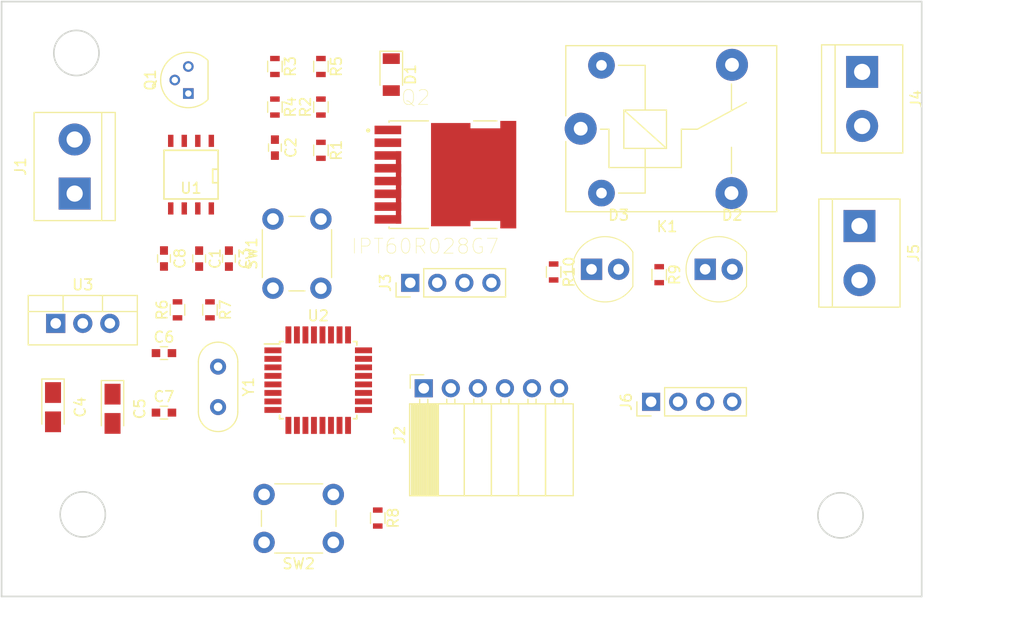
<source format=kicad_pcb>
(kicad_pcb (version 4) (host pcbnew 4.0.7)

  (general
    (links 89)
    (no_connects 89)
    (area 76.124999 68.504999 162.635001 124.535001)
    (thickness 1.6)
    (drawings 9)
    (tracks 0)
    (zones 0)
    (modules 36)
    (nets 43)
  )

  (page A4)
  (layers
    (0 F.Cu signal)
    (31 B.Cu signal)
    (32 B.Adhes user)
    (33 F.Adhes user)
    (34 B.Paste user)
    (35 F.Paste user)
    (36 B.SilkS user)
    (37 F.SilkS user)
    (38 B.Mask user)
    (39 F.Mask user)
    (40 Dwgs.User user)
    (41 Cmts.User user)
    (42 Eco1.User user)
    (43 Eco2.User user)
    (44 Edge.Cuts user)
    (45 Margin user)
    (46 B.CrtYd user)
    (47 F.CrtYd user)
    (48 B.Fab user)
    (49 F.Fab user)
  )

  (setup
    (last_trace_width 0.25)
    (trace_clearance 0.2)
    (zone_clearance 0.508)
    (zone_45_only no)
    (trace_min 0.2)
    (segment_width 0.2)
    (edge_width 0.15)
    (via_size 0.6)
    (via_drill 0.4)
    (via_min_size 0.4)
    (via_min_drill 0.3)
    (uvia_size 0.3)
    (uvia_drill 0.1)
    (uvias_allowed no)
    (uvia_min_size 0.2)
    (uvia_min_drill 0.1)
    (pcb_text_width 0.3)
    (pcb_text_size 1.5 1.5)
    (mod_edge_width 0.15)
    (mod_text_size 1 1)
    (mod_text_width 0.15)
    (pad_size 2 1.5)
    (pad_drill 0)
    (pad_to_mask_clearance 0.2)
    (aux_axis_origin 0 0)
    (visible_elements FFFFFF7F)
    (pcbplotparams
      (layerselection 0x00030_80000001)
      (usegerberextensions false)
      (excludeedgelayer true)
      (linewidth 0.100000)
      (plotframeref false)
      (viasonmask false)
      (mode 1)
      (useauxorigin false)
      (hpglpennumber 1)
      (hpglpenspeed 20)
      (hpglpendiameter 15)
      (hpglpenoverlay 2)
      (psnegative false)
      (psa4output false)
      (plotreference true)
      (plotvalue true)
      (plotinvisibletext false)
      (padsonsilk false)
      (subtractmaskfromsilk false)
      (outputformat 1)
      (mirror false)
      (drillshape 1)
      (scaleselection 1)
      (outputdirectory ""))
  )

  (net 0 "")
  (net 1 GND)
  (net 2 "Net-(C1-Pad1)")
  (net 3 "Net-(C2-Pad1)")
  (net 4 5V)
  (net 5 PAD1)
  (net 6 "Net-(C6-Pad2)")
  (net 7 "Net-(C7-Pad2)")
  (net 8 "Net-(C8-Pad1)")
  (net 9 PAD2)
  (net 10 "Net-(D1-Pad2)")
  (net 11 "Net-(D2-Pad2)")
  (net 12 "Net-(D3-Pad2)")
  (net 13 SCK)
  (net 14 MISO)
  (net 15 MOSI)
  (net 16 CS)
  (net 17 SCL)
  (net 18 SDA)
  (net 19 "Net-(J5-Pad1)")
  (net 20 "Net-(J5-Pad2)")
  (net 21 TX)
  (net 22 RX)
  (net 23 "Net-(K1-Pad3)")
  (net 24 "Net-(Q1-Pad2)")
  (net 25 "Net-(Q1-Pad1)")
  (net 26 "Net-(Q2-Pad2)")
  (net 27 "Net-(Q2-Pad1)")
  (net 28 VIN)
  (net 29 "Net-(R8-Pad2)")
  (net 30 "Net-(R9-Pad2)")
  (net 31 "Net-(R10-Pad2)")
  (net 32 CIN)
  (net 33 "Net-(U2-Pad1)")
  (net 34 "Net-(U2-Pad2)")
  (net 35 "Net-(U2-Pad9)")
  (net 36 "Net-(U2-Pad12)")
  (net 37 "Net-(U2-Pad13)")
  (net 38 "Net-(U2-Pad19)")
  (net 39 "Net-(U2-Pad22)")
  (net 40 "Net-(U2-Pad25)")
  (net 41 "Net-(U2-Pad26)")
  (net 42 "Net-(U2-Pad32)")

  (net_class Default "This is the default net class."
    (clearance 0.2)
    (trace_width 0.25)
    (via_dia 0.6)
    (via_drill 0.4)
    (uvia_dia 0.3)
    (uvia_drill 0.1)
    (add_net 5V)
    (add_net CIN)
    (add_net CS)
    (add_net GND)
    (add_net MISO)
    (add_net MOSI)
    (add_net "Net-(C1-Pad1)")
    (add_net "Net-(C2-Pad1)")
    (add_net "Net-(C6-Pad2)")
    (add_net "Net-(C7-Pad2)")
    (add_net "Net-(C8-Pad1)")
    (add_net "Net-(D1-Pad2)")
    (add_net "Net-(D2-Pad2)")
    (add_net "Net-(D3-Pad2)")
    (add_net "Net-(J5-Pad1)")
    (add_net "Net-(J5-Pad2)")
    (add_net "Net-(K1-Pad3)")
    (add_net "Net-(Q1-Pad1)")
    (add_net "Net-(Q1-Pad2)")
    (add_net "Net-(Q2-Pad1)")
    (add_net "Net-(Q2-Pad2)")
    (add_net "Net-(R10-Pad2)")
    (add_net "Net-(R8-Pad2)")
    (add_net "Net-(R9-Pad2)")
    (add_net "Net-(U2-Pad1)")
    (add_net "Net-(U2-Pad12)")
    (add_net "Net-(U2-Pad13)")
    (add_net "Net-(U2-Pad19)")
    (add_net "Net-(U2-Pad2)")
    (add_net "Net-(U2-Pad22)")
    (add_net "Net-(U2-Pad25)")
    (add_net "Net-(U2-Pad26)")
    (add_net "Net-(U2-Pad32)")
    (add_net "Net-(U2-Pad9)")
    (add_net PAD1)
    (add_net PAD2)
    (add_net RX)
    (add_net SCK)
    (add_net SCL)
    (add_net SDA)
    (add_net TX)
    (add_net VIN)
  )

  (module Capacitors_SMD:C_0603 (layer F.Cu) (tedit 59958EE7) (tstamp 5C4A33D2)
    (at 94.742 92.722 270)
    (descr "Capacitor SMD 0603, reflow soldering, AVX (see smccp.pdf)")
    (tags "capacitor 0603")
    (path /5C4A587F)
    (attr smd)
    (fp_text reference C1 (at 0 -1.5 270) (layer F.SilkS)
      (effects (font (size 1 1) (thickness 0.15)))
    )
    (fp_text value 1nF (at 0 1.5 270) (layer F.Fab)
      (effects (font (size 1 1) (thickness 0.15)))
    )
    (fp_line (start 1.4 0.65) (end -1.4 0.65) (layer F.CrtYd) (width 0.05))
    (fp_line (start 1.4 0.65) (end 1.4 -0.65) (layer F.CrtYd) (width 0.05))
    (fp_line (start -1.4 -0.65) (end -1.4 0.65) (layer F.CrtYd) (width 0.05))
    (fp_line (start -1.4 -0.65) (end 1.4 -0.65) (layer F.CrtYd) (width 0.05))
    (fp_line (start 0.35 0.6) (end -0.35 0.6) (layer F.SilkS) (width 0.12))
    (fp_line (start -0.35 -0.6) (end 0.35 -0.6) (layer F.SilkS) (width 0.12))
    (fp_line (start -0.8 -0.4) (end 0.8 -0.4) (layer F.Fab) (width 0.1))
    (fp_line (start 0.8 -0.4) (end 0.8 0.4) (layer F.Fab) (width 0.1))
    (fp_line (start 0.8 0.4) (end -0.8 0.4) (layer F.Fab) (width 0.1))
    (fp_line (start -0.8 0.4) (end -0.8 -0.4) (layer F.Fab) (width 0.1))
    (fp_text user %R (at 0 0 270) (layer F.Fab)
      (effects (font (size 0.3 0.3) (thickness 0.075)))
    )
    (pad 2 smd rect (at 0.75 0 270) (size 0.8 0.75) (layers F.Cu F.Paste F.Mask)
      (net 1 GND))
    (pad 1 smd rect (at -0.75 0 270) (size 0.8 0.75) (layers F.Cu F.Paste F.Mask)
      (net 2 "Net-(C1-Pad1)"))
    (model Capacitors_SMD.3dshapes/C_0603.wrl
      (at (xyz 0 0 0))
      (scale (xyz 1 1 1))
      (rotate (xyz 0 0 0))
    )
  )

  (module Capacitors_SMD:C_0603 (layer F.Cu) (tedit 59958EE7) (tstamp 5C4A33D8)
    (at 101.854 82.296 270)
    (descr "Capacitor SMD 0603, reflow soldering, AVX (see smccp.pdf)")
    (tags "capacitor 0603")
    (path /5C4A1DA9)
    (attr smd)
    (fp_text reference C2 (at 0 -1.5 270) (layer F.SilkS)
      (effects (font (size 1 1) (thickness 0.15)))
    )
    (fp_text value 1uF (at 0 1.5 270) (layer F.Fab)
      (effects (font (size 1 1) (thickness 0.15)))
    )
    (fp_line (start 1.4 0.65) (end -1.4 0.65) (layer F.CrtYd) (width 0.05))
    (fp_line (start 1.4 0.65) (end 1.4 -0.65) (layer F.CrtYd) (width 0.05))
    (fp_line (start -1.4 -0.65) (end -1.4 0.65) (layer F.CrtYd) (width 0.05))
    (fp_line (start -1.4 -0.65) (end 1.4 -0.65) (layer F.CrtYd) (width 0.05))
    (fp_line (start 0.35 0.6) (end -0.35 0.6) (layer F.SilkS) (width 0.12))
    (fp_line (start -0.35 -0.6) (end 0.35 -0.6) (layer F.SilkS) (width 0.12))
    (fp_line (start -0.8 -0.4) (end 0.8 -0.4) (layer F.Fab) (width 0.1))
    (fp_line (start 0.8 -0.4) (end 0.8 0.4) (layer F.Fab) (width 0.1))
    (fp_line (start 0.8 0.4) (end -0.8 0.4) (layer F.Fab) (width 0.1))
    (fp_line (start -0.8 0.4) (end -0.8 -0.4) (layer F.Fab) (width 0.1))
    (fp_text user %R (at 0 0 270) (layer F.Fab)
      (effects (font (size 0.3 0.3) (thickness 0.075)))
    )
    (pad 2 smd rect (at 0.75 0 270) (size 0.8 0.75) (layers F.Cu F.Paste F.Mask)
      (net 1 GND))
    (pad 1 smd rect (at -0.75 0 270) (size 0.8 0.75) (layers F.Cu F.Paste F.Mask)
      (net 3 "Net-(C2-Pad1)"))
    (model Capacitors_SMD.3dshapes/C_0603.wrl
      (at (xyz 0 0 0))
      (scale (xyz 1 1 1))
      (rotate (xyz 0 0 0))
    )
  )

  (module Capacitors_SMD:C_0603 (layer F.Cu) (tedit 59958EE7) (tstamp 5C4A33DE)
    (at 97.536 92.722 270)
    (descr "Capacitor SMD 0603, reflow soldering, AVX (see smccp.pdf)")
    (tags "capacitor 0603")
    (path /5C4A5984)
    (attr smd)
    (fp_text reference C3 (at 0 -1.5 270) (layer F.SilkS)
      (effects (font (size 1 1) (thickness 0.15)))
    )
    (fp_text value 100nF (at 0 1.5 270) (layer F.Fab)
      (effects (font (size 1 1) (thickness 0.15)))
    )
    (fp_line (start 1.4 0.65) (end -1.4 0.65) (layer F.CrtYd) (width 0.05))
    (fp_line (start 1.4 0.65) (end 1.4 -0.65) (layer F.CrtYd) (width 0.05))
    (fp_line (start -1.4 -0.65) (end -1.4 0.65) (layer F.CrtYd) (width 0.05))
    (fp_line (start -1.4 -0.65) (end 1.4 -0.65) (layer F.CrtYd) (width 0.05))
    (fp_line (start 0.35 0.6) (end -0.35 0.6) (layer F.SilkS) (width 0.12))
    (fp_line (start -0.35 -0.6) (end 0.35 -0.6) (layer F.SilkS) (width 0.12))
    (fp_line (start -0.8 -0.4) (end 0.8 -0.4) (layer F.Fab) (width 0.1))
    (fp_line (start 0.8 -0.4) (end 0.8 0.4) (layer F.Fab) (width 0.1))
    (fp_line (start 0.8 0.4) (end -0.8 0.4) (layer F.Fab) (width 0.1))
    (fp_line (start -0.8 0.4) (end -0.8 -0.4) (layer F.Fab) (width 0.1))
    (fp_text user %R (at 0.242 -0.254 270) (layer F.Fab)
      (effects (font (size 0.3 0.3) (thickness 0.075)))
    )
    (pad 2 smd rect (at 0.75 0 270) (size 0.8 0.75) (layers F.Cu F.Paste F.Mask)
      (net 1 GND))
    (pad 1 smd rect (at -0.75 0 270) (size 0.8 0.75) (layers F.Cu F.Paste F.Mask)
      (net 4 5V))
    (model Capacitors_SMD.3dshapes/C_0603.wrl
      (at (xyz 0 0 0))
      (scale (xyz 1 1 1))
      (rotate (xyz 0 0 0))
    )
  )

  (module Capacitors_SMD:C_0603 (layer F.Cu) (tedit 59958EE7) (tstamp 5C4A33F0)
    (at 91.44 101.6)
    (descr "Capacitor SMD 0603, reflow soldering, AVX (see smccp.pdf)")
    (tags "capacitor 0603")
    (path /5C4AB45C)
    (attr smd)
    (fp_text reference C6 (at 0 -1.5) (layer F.SilkS)
      (effects (font (size 1 1) (thickness 0.15)))
    )
    (fp_text value 22pF (at 0 1.5) (layer F.Fab)
      (effects (font (size 1 1) (thickness 0.15)))
    )
    (fp_line (start 1.4 0.65) (end -1.4 0.65) (layer F.CrtYd) (width 0.05))
    (fp_line (start 1.4 0.65) (end 1.4 -0.65) (layer F.CrtYd) (width 0.05))
    (fp_line (start -1.4 -0.65) (end -1.4 0.65) (layer F.CrtYd) (width 0.05))
    (fp_line (start -1.4 -0.65) (end 1.4 -0.65) (layer F.CrtYd) (width 0.05))
    (fp_line (start 0.35 0.6) (end -0.35 0.6) (layer F.SilkS) (width 0.12))
    (fp_line (start -0.35 -0.6) (end 0.35 -0.6) (layer F.SilkS) (width 0.12))
    (fp_line (start -0.8 -0.4) (end 0.8 -0.4) (layer F.Fab) (width 0.1))
    (fp_line (start 0.8 -0.4) (end 0.8 0.4) (layer F.Fab) (width 0.1))
    (fp_line (start 0.8 0.4) (end -0.8 0.4) (layer F.Fab) (width 0.1))
    (fp_line (start -0.8 0.4) (end -0.8 -0.4) (layer F.Fab) (width 0.1))
    (fp_text user %R (at 0 0) (layer F.Fab)
      (effects (font (size 0.3 0.3) (thickness 0.075)))
    )
    (pad 2 smd rect (at 0.75 0) (size 0.8 0.75) (layers F.Cu F.Paste F.Mask)
      (net 6 "Net-(C6-Pad2)"))
    (pad 1 smd rect (at -0.75 0) (size 0.8 0.75) (layers F.Cu F.Paste F.Mask)
      (net 1 GND))
    (model Capacitors_SMD.3dshapes/C_0603.wrl
      (at (xyz 0 0 0))
      (scale (xyz 1 1 1))
      (rotate (xyz 0 0 0))
    )
  )

  (module Capacitors_SMD:C_0603 (layer F.Cu) (tedit 59958EE7) (tstamp 5C4A33F6)
    (at 91.44 107.188)
    (descr "Capacitor SMD 0603, reflow soldering, AVX (see smccp.pdf)")
    (tags "capacitor 0603")
    (path /5C4AB553)
    (attr smd)
    (fp_text reference C7 (at 0 -1.5) (layer F.SilkS)
      (effects (font (size 1 1) (thickness 0.15)))
    )
    (fp_text value 22pF (at 0 1.5) (layer F.Fab)
      (effects (font (size 1 1) (thickness 0.15)))
    )
    (fp_line (start 1.4 0.65) (end -1.4 0.65) (layer F.CrtYd) (width 0.05))
    (fp_line (start 1.4 0.65) (end 1.4 -0.65) (layer F.CrtYd) (width 0.05))
    (fp_line (start -1.4 -0.65) (end -1.4 0.65) (layer F.CrtYd) (width 0.05))
    (fp_line (start -1.4 -0.65) (end 1.4 -0.65) (layer F.CrtYd) (width 0.05))
    (fp_line (start 0.35 0.6) (end -0.35 0.6) (layer F.SilkS) (width 0.12))
    (fp_line (start -0.35 -0.6) (end 0.35 -0.6) (layer F.SilkS) (width 0.12))
    (fp_line (start -0.8 -0.4) (end 0.8 -0.4) (layer F.Fab) (width 0.1))
    (fp_line (start 0.8 -0.4) (end 0.8 0.4) (layer F.Fab) (width 0.1))
    (fp_line (start 0.8 0.4) (end -0.8 0.4) (layer F.Fab) (width 0.1))
    (fp_line (start -0.8 0.4) (end -0.8 -0.4) (layer F.Fab) (width 0.1))
    (fp_text user %R (at 0 0) (layer F.Fab)
      (effects (font (size 0.3 0.3) (thickness 0.075)))
    )
    (pad 2 smd rect (at 0.75 0) (size 0.8 0.75) (layers F.Cu F.Paste F.Mask)
      (net 7 "Net-(C7-Pad2)"))
    (pad 1 smd rect (at -0.75 0) (size 0.8 0.75) (layers F.Cu F.Paste F.Mask)
      (net 1 GND))
    (model Capacitors_SMD.3dshapes/C_0603.wrl
      (at (xyz 0 0 0))
      (scale (xyz 1 1 1))
      (rotate (xyz 0 0 0))
    )
  )

  (module Capacitors_SMD:C_0603 (layer F.Cu) (tedit 59958EE7) (tstamp 5C4A33FC)
    (at 91.44 92.71 270)
    (descr "Capacitor SMD 0603, reflow soldering, AVX (see smccp.pdf)")
    (tags "capacitor 0603")
    (path /5C4BAFA7)
    (attr smd)
    (fp_text reference C8 (at 0 -1.5 270) (layer F.SilkS)
      (effects (font (size 1 1) (thickness 0.15)))
    )
    (fp_text value 100nF (at -0.012 1.27 270) (layer F.Fab)
      (effects (font (size 1 1) (thickness 0.15)))
    )
    (fp_line (start 1.4 0.65) (end -1.4 0.65) (layer F.CrtYd) (width 0.05))
    (fp_line (start 1.4 0.65) (end 1.4 -0.65) (layer F.CrtYd) (width 0.05))
    (fp_line (start -1.4 -0.65) (end -1.4 0.65) (layer F.CrtYd) (width 0.05))
    (fp_line (start -1.4 -0.65) (end 1.4 -0.65) (layer F.CrtYd) (width 0.05))
    (fp_line (start 0.35 0.6) (end -0.35 0.6) (layer F.SilkS) (width 0.12))
    (fp_line (start -0.35 -0.6) (end 0.35 -0.6) (layer F.SilkS) (width 0.12))
    (fp_line (start -0.8 -0.4) (end 0.8 -0.4) (layer F.Fab) (width 0.1))
    (fp_line (start 0.8 -0.4) (end 0.8 0.4) (layer F.Fab) (width 0.1))
    (fp_line (start 0.8 0.4) (end -0.8 0.4) (layer F.Fab) (width 0.1))
    (fp_line (start -0.8 0.4) (end -0.8 -0.4) (layer F.Fab) (width 0.1))
    (fp_text user %R (at 0 0 270) (layer F.Fab)
      (effects (font (size 0.3 0.3) (thickness 0.075)))
    )
    (pad 2 smd rect (at 0.75 0 270) (size 0.8 0.75) (layers F.Cu F.Paste F.Mask)
      (net 1 GND))
    (pad 1 smd rect (at -0.75 0 270) (size 0.8 0.75) (layers F.Cu F.Paste F.Mask)
      (net 8 "Net-(C8-Pad1)"))
    (model Capacitors_SMD.3dshapes/C_0603.wrl
      (at (xyz 0 0 0))
      (scale (xyz 1 1 1))
      (rotate (xyz 0 0 0))
    )
  )

  (module Diodes_SMD:D_1206 (layer F.Cu) (tedit 590CEAF5) (tstamp 5C4A3402)
    (at 112.776 75.438 270)
    (descr "Diode SMD 1206, reflow soldering http://datasheets.avx.com/schottky.pdf")
    (tags "Diode 1206")
    (path /5C4A251A)
    (attr smd)
    (fp_text reference D1 (at 0 -1.8 270) (layer F.SilkS)
      (effects (font (size 1 1) (thickness 0.15)))
    )
    (fp_text value D (at 0 1.9 270) (layer F.Fab)
      (effects (font (size 1 1) (thickness 0.15)))
    )
    (fp_text user %R (at 0 -1.8 270) (layer F.Fab)
      (effects (font (size 1 1) (thickness 0.15)))
    )
    (fp_line (start -0.254 -0.254) (end -0.254 0.254) (layer F.Fab) (width 0.1))
    (fp_line (start 0.127 0) (end 0.381 0) (layer F.Fab) (width 0.1))
    (fp_line (start -0.254 0) (end -0.508 0) (layer F.Fab) (width 0.1))
    (fp_line (start 0.127 0.254) (end -0.254 0) (layer F.Fab) (width 0.1))
    (fp_line (start 0.127 -0.254) (end 0.127 0.254) (layer F.Fab) (width 0.1))
    (fp_line (start -0.254 0) (end 0.127 -0.254) (layer F.Fab) (width 0.1))
    (fp_line (start -2.2 -1.06) (end -2.2 1.06) (layer F.SilkS) (width 0.12))
    (fp_line (start -1.7 0.95) (end -1.7 -0.95) (layer F.Fab) (width 0.1))
    (fp_line (start 1.7 0.95) (end -1.7 0.95) (layer F.Fab) (width 0.1))
    (fp_line (start 1.7 -0.95) (end 1.7 0.95) (layer F.Fab) (width 0.1))
    (fp_line (start -1.7 -0.95) (end 1.7 -0.95) (layer F.Fab) (width 0.1))
    (fp_line (start -2.3 -1.16) (end 2.3 -1.16) (layer F.CrtYd) (width 0.05))
    (fp_line (start -2.3 1.16) (end 2.3 1.16) (layer F.CrtYd) (width 0.05))
    (fp_line (start -2.3 -1.16) (end -2.3 1.16) (layer F.CrtYd) (width 0.05))
    (fp_line (start 2.3 -1.16) (end 2.3 1.16) (layer F.CrtYd) (width 0.05))
    (fp_line (start 1 -1.06) (end -2.2 -1.06) (layer F.SilkS) (width 0.12))
    (fp_line (start -2.2 1.06) (end 1 1.06) (layer F.SilkS) (width 0.12))
    (pad 1 smd rect (at -1.5 0 270) (size 1 1.6) (layers F.Cu F.Paste F.Mask)
      (net 9 PAD2))
    (pad 2 smd rect (at 1.5 0 270) (size 1 1.6) (layers F.Cu F.Paste F.Mask)
      (net 10 "Net-(D1-Pad2)"))
    (model ${KISYS3DMOD}/Diodes_SMD.3dshapes/D_1206.wrl
      (at (xyz 0 0 0))
      (scale (xyz 1 1 1))
      (rotate (xyz 0 0 0))
    )
  )

  (module digikey-footprints:LED_5mm_Radial (layer F.Cu) (tedit 5B198A4A) (tstamp 5C4A3408)
    (at 144.78 93.726)
    (descr http://optoelectronics.liteon.com/upload/download/DS20-2000-343/1CHKxKNN.pdf)
    (path /5C4AF1EA)
    (fp_text reference D2 (at 0 -5.08) (layer F.SilkS)
      (effects (font (size 1 1) (thickness 0.15)))
    )
    (fp_text value ON (at 0 5.08) (layer F.Fab)
      (effects (font (size 1 1) (thickness 0.15)))
    )
    (fp_line (start 1.34 1.6) (end 1.34 -1.61) (layer F.SilkS) (width 0.1))
    (fp_arc (start -1.27 0) (end 1.34 -1.61) (angle -296.7237964) (layer F.SilkS) (width 0.1))
    (fp_line (start -4.22 -0.01) (end -4.22 -0.01) (layer F.Fab) (width 0.1))
    (fp_line (start 1.23 -1.58) (end 1.23 1.58) (layer F.Fab) (width 0.1))
    (fp_arc (start -1.27 0) (end 1.23 -1.58) (angle -295.414233) (layer F.Fab) (width 0.1))
    (fp_circle (center -1.27 0) (end -4.57 0) (layer F.CrtYd) (width 0.05))
    (fp_text user %R (at -1.26 0.01) (layer F.Fab)
      (effects (font (size 1 1) (thickness 0.15)))
    )
    (pad 2 thru_hole circle (at 0 0) (size 2 2) (drill 1) (layers *.Cu *.Mask)
      (net 11 "Net-(D2-Pad2)"))
    (pad 1 thru_hole rect (at -2.54 0) (size 2 2) (drill 1) (layers *.Cu *.Mask)
      (net 1 GND))
  )

  (module digikey-footprints:LED_5mm_Radial (layer F.Cu) (tedit 5B198A4A) (tstamp 5C4A340E)
    (at 134.112 93.726)
    (descr http://optoelectronics.liteon.com/upload/download/DS20-2000-343/1CHKxKNN.pdf)
    (path /5C4AF34B)
    (fp_text reference D3 (at 0 -5.08) (layer F.SilkS)
      (effects (font (size 1 1) (thickness 0.15)))
    )
    (fp_text value OFF (at 0 5.08) (layer F.Fab)
      (effects (font (size 1 1) (thickness 0.15)))
    )
    (fp_line (start 1.34 1.6) (end 1.34 -1.61) (layer F.SilkS) (width 0.1))
    (fp_arc (start -1.27 0) (end 1.34 -1.61) (angle -296.7237964) (layer F.SilkS) (width 0.1))
    (fp_line (start -4.22 -0.01) (end -4.22 -0.01) (layer F.Fab) (width 0.1))
    (fp_line (start 1.23 -1.58) (end 1.23 1.58) (layer F.Fab) (width 0.1))
    (fp_arc (start -1.27 0) (end 1.23 -1.58) (angle -295.414233) (layer F.Fab) (width 0.1))
    (fp_circle (center -1.27 0) (end -4.57 0) (layer F.CrtYd) (width 0.05))
    (fp_text user %R (at -1.26 0.01) (layer F.Fab)
      (effects (font (size 1 1) (thickness 0.15)))
    )
    (pad 2 thru_hole circle (at 0 0) (size 2 2) (drill 1) (layers *.Cu *.Mask)
      (net 12 "Net-(D3-Pad2)"))
    (pad 1 thru_hole rect (at -2.54 0) (size 2 2) (drill 1) (layers *.Cu *.Mask)
      (net 1 GND))
  )

  (module Connectors_Terminal_Blocks:TerminalBlock_bornier-2_P5.08mm (layer F.Cu) (tedit 59FF03AB) (tstamp 5C4A3414)
    (at 83.058 86.614 90)
    (descr "simple 2-pin terminal block, pitch 5.08mm, revamped version of bornier2")
    (tags "terminal block bornier2")
    (path /5C4A268D)
    (fp_text reference J1 (at 2.54 -5.08 90) (layer F.SilkS)
      (effects (font (size 1 1) (thickness 0.15)))
    )
    (fp_text value "DC INPUT" (at 2.54 -5.334 90) (layer F.Fab)
      (effects (font (size 1 1) (thickness 0.15)))
    )
    (fp_text user %R (at 2.794 0.508 90) (layer F.Fab)
      (effects (font (size 1 1) (thickness 0.15)))
    )
    (fp_line (start -2.41 2.55) (end 7.49 2.55) (layer F.Fab) (width 0.1))
    (fp_line (start -2.46 -3.75) (end -2.46 3.75) (layer F.Fab) (width 0.1))
    (fp_line (start -2.46 3.75) (end 7.54 3.75) (layer F.Fab) (width 0.1))
    (fp_line (start 7.54 3.75) (end 7.54 -3.75) (layer F.Fab) (width 0.1))
    (fp_line (start 7.54 -3.75) (end -2.46 -3.75) (layer F.Fab) (width 0.1))
    (fp_line (start 7.62 2.54) (end -2.54 2.54) (layer F.SilkS) (width 0.12))
    (fp_line (start 7.62 3.81) (end 7.62 -3.81) (layer F.SilkS) (width 0.12))
    (fp_line (start 7.62 -3.81) (end -2.54 -3.81) (layer F.SilkS) (width 0.12))
    (fp_line (start -2.54 -3.81) (end -2.54 3.81) (layer F.SilkS) (width 0.12))
    (fp_line (start -2.54 3.81) (end 7.62 3.81) (layer F.SilkS) (width 0.12))
    (fp_line (start -2.71 -4) (end 7.79 -4) (layer F.CrtYd) (width 0.05))
    (fp_line (start -2.71 -4) (end -2.71 4) (layer F.CrtYd) (width 0.05))
    (fp_line (start 7.79 4) (end 7.79 -4) (layer F.CrtYd) (width 0.05))
    (fp_line (start 7.79 4) (end -2.71 4) (layer F.CrtYd) (width 0.05))
    (pad 1 thru_hole rect (at 0 0 90) (size 3 3) (drill 1.52) (layers *.Cu *.Mask)
      (net 1 GND))
    (pad 2 thru_hole circle (at 5.08 0 90) (size 3 3) (drill 1.52) (layers *.Cu *.Mask)
      (net 5 PAD1))
    (model ${KISYS3DMOD}/Terminal_Blocks.3dshapes/TerminalBlock_bornier-2_P5.08mm.wrl
      (at (xyz 0.1 0 0))
      (scale (xyz 1 1 1))
      (rotate (xyz 0 0 0))
    )
  )

  (module Socket_Strips:Socket_Strip_Angled_1x06_Pitch2.54mm (layer F.Cu) (tedit 58CD5446) (tstamp 5C4A341E)
    (at 115.824 104.902 90)
    (descr "Through hole angled socket strip, 1x06, 2.54mm pitch, 8.51mm socket length, single row")
    (tags "Through hole angled socket strip THT 1x06 2.54mm single row")
    (path /5C4B2501)
    (fp_text reference J2 (at -4.38 -2.27 90) (layer F.SilkS)
      (effects (font (size 1 1) (thickness 0.15)))
    )
    (fp_text value "SD CARD Adapter" (at -4.38 14.97 90) (layer F.Fab)
      (effects (font (size 1 1) (thickness 0.15)))
    )
    (fp_line (start -1.52 -1.27) (end -1.52 1.27) (layer F.Fab) (width 0.1))
    (fp_line (start -1.52 1.27) (end -10.03 1.27) (layer F.Fab) (width 0.1))
    (fp_line (start -10.03 1.27) (end -10.03 -1.27) (layer F.Fab) (width 0.1))
    (fp_line (start -10.03 -1.27) (end -1.52 -1.27) (layer F.Fab) (width 0.1))
    (fp_line (start 0 -0.32) (end 0 0.32) (layer F.Fab) (width 0.1))
    (fp_line (start 0 0.32) (end -1.52 0.32) (layer F.Fab) (width 0.1))
    (fp_line (start -1.52 0.32) (end -1.52 -0.32) (layer F.Fab) (width 0.1))
    (fp_line (start -1.52 -0.32) (end 0 -0.32) (layer F.Fab) (width 0.1))
    (fp_line (start -1.52 1.27) (end -1.52 3.81) (layer F.Fab) (width 0.1))
    (fp_line (start -1.52 3.81) (end -10.03 3.81) (layer F.Fab) (width 0.1))
    (fp_line (start -10.03 3.81) (end -10.03 1.27) (layer F.Fab) (width 0.1))
    (fp_line (start -10.03 1.27) (end -1.52 1.27) (layer F.Fab) (width 0.1))
    (fp_line (start 0 2.22) (end 0 2.86) (layer F.Fab) (width 0.1))
    (fp_line (start 0 2.86) (end -1.52 2.86) (layer F.Fab) (width 0.1))
    (fp_line (start -1.52 2.86) (end -1.52 2.22) (layer F.Fab) (width 0.1))
    (fp_line (start -1.52 2.22) (end 0 2.22) (layer F.Fab) (width 0.1))
    (fp_line (start -1.52 3.81) (end -1.52 6.35) (layer F.Fab) (width 0.1))
    (fp_line (start -1.52 6.35) (end -10.03 6.35) (layer F.Fab) (width 0.1))
    (fp_line (start -10.03 6.35) (end -10.03 3.81) (layer F.Fab) (width 0.1))
    (fp_line (start -10.03 3.81) (end -1.52 3.81) (layer F.Fab) (width 0.1))
    (fp_line (start 0 4.76) (end 0 5.4) (layer F.Fab) (width 0.1))
    (fp_line (start 0 5.4) (end -1.52 5.4) (layer F.Fab) (width 0.1))
    (fp_line (start -1.52 5.4) (end -1.52 4.76) (layer F.Fab) (width 0.1))
    (fp_line (start -1.52 4.76) (end 0 4.76) (layer F.Fab) (width 0.1))
    (fp_line (start -1.52 6.35) (end -1.52 8.89) (layer F.Fab) (width 0.1))
    (fp_line (start -1.52 8.89) (end -10.03 8.89) (layer F.Fab) (width 0.1))
    (fp_line (start -10.03 8.89) (end -10.03 6.35) (layer F.Fab) (width 0.1))
    (fp_line (start -10.03 6.35) (end -1.52 6.35) (layer F.Fab) (width 0.1))
    (fp_line (start 0 7.3) (end 0 7.94) (layer F.Fab) (width 0.1))
    (fp_line (start 0 7.94) (end -1.52 7.94) (layer F.Fab) (width 0.1))
    (fp_line (start -1.52 7.94) (end -1.52 7.3) (layer F.Fab) (width 0.1))
    (fp_line (start -1.52 7.3) (end 0 7.3) (layer F.Fab) (width 0.1))
    (fp_line (start -1.52 8.89) (end -1.52 11.43) (layer F.Fab) (width 0.1))
    (fp_line (start -1.52 11.43) (end -10.03 11.43) (layer F.Fab) (width 0.1))
    (fp_line (start -10.03 11.43) (end -10.03 8.89) (layer F.Fab) (width 0.1))
    (fp_line (start -10.03 8.89) (end -1.52 8.89) (layer F.Fab) (width 0.1))
    (fp_line (start 0 9.84) (end 0 10.48) (layer F.Fab) (width 0.1))
    (fp_line (start 0 10.48) (end -1.52 10.48) (layer F.Fab) (width 0.1))
    (fp_line (start -1.52 10.48) (end -1.52 9.84) (layer F.Fab) (width 0.1))
    (fp_line (start -1.52 9.84) (end 0 9.84) (layer F.Fab) (width 0.1))
    (fp_line (start -1.52 11.43) (end -1.52 13.97) (layer F.Fab) (width 0.1))
    (fp_line (start -1.52 13.97) (end -10.03 13.97) (layer F.Fab) (width 0.1))
    (fp_line (start -10.03 13.97) (end -10.03 11.43) (layer F.Fab) (width 0.1))
    (fp_line (start -10.03 11.43) (end -1.52 11.43) (layer F.Fab) (width 0.1))
    (fp_line (start 0 12.38) (end 0 13.02) (layer F.Fab) (width 0.1))
    (fp_line (start 0 13.02) (end -1.52 13.02) (layer F.Fab) (width 0.1))
    (fp_line (start -1.52 13.02) (end -1.52 12.38) (layer F.Fab) (width 0.1))
    (fp_line (start -1.52 12.38) (end 0 12.38) (layer F.Fab) (width 0.1))
    (fp_line (start -1.46 -1.33) (end -1.46 1.27) (layer F.SilkS) (width 0.12))
    (fp_line (start -1.46 1.27) (end -10.09 1.27) (layer F.SilkS) (width 0.12))
    (fp_line (start -10.09 1.27) (end -10.09 -1.33) (layer F.SilkS) (width 0.12))
    (fp_line (start -10.09 -1.33) (end -1.46 -1.33) (layer F.SilkS) (width 0.12))
    (fp_line (start -1.03 -0.38) (end -1.46 -0.38) (layer F.SilkS) (width 0.12))
    (fp_line (start -1.03 0.38) (end -1.46 0.38) (layer F.SilkS) (width 0.12))
    (fp_line (start -1.46 -1.15) (end -10.09 -1.15) (layer F.SilkS) (width 0.12))
    (fp_line (start -1.46 -1.03) (end -10.09 -1.03) (layer F.SilkS) (width 0.12))
    (fp_line (start -1.46 -0.91) (end -10.09 -0.91) (layer F.SilkS) (width 0.12))
    (fp_line (start -1.46 -0.79) (end -10.09 -0.79) (layer F.SilkS) (width 0.12))
    (fp_line (start -1.46 -0.67) (end -10.09 -0.67) (layer F.SilkS) (width 0.12))
    (fp_line (start -1.46 -0.55) (end -10.09 -0.55) (layer F.SilkS) (width 0.12))
    (fp_line (start -1.46 -0.43) (end -10.09 -0.43) (layer F.SilkS) (width 0.12))
    (fp_line (start -1.46 -0.31) (end -10.09 -0.31) (layer F.SilkS) (width 0.12))
    (fp_line (start -1.46 -0.19) (end -10.09 -0.19) (layer F.SilkS) (width 0.12))
    (fp_line (start -1.46 -0.07) (end -10.09 -0.07) (layer F.SilkS) (width 0.12))
    (fp_line (start -1.46 0.05) (end -10.09 0.05) (layer F.SilkS) (width 0.12))
    (fp_line (start -1.46 0.17) (end -10.09 0.17) (layer F.SilkS) (width 0.12))
    (fp_line (start -1.46 0.29) (end -10.09 0.29) (layer F.SilkS) (width 0.12))
    (fp_line (start -1.46 0.41) (end -10.09 0.41) (layer F.SilkS) (width 0.12))
    (fp_line (start -1.46 0.53) (end -10.09 0.53) (layer F.SilkS) (width 0.12))
    (fp_line (start -1.46 0.65) (end -10.09 0.65) (layer F.SilkS) (width 0.12))
    (fp_line (start -1.46 0.77) (end -10.09 0.77) (layer F.SilkS) (width 0.12))
    (fp_line (start -1.46 0.89) (end -10.09 0.89) (layer F.SilkS) (width 0.12))
    (fp_line (start -1.46 1.01) (end -10.09 1.01) (layer F.SilkS) (width 0.12))
    (fp_line (start -1.46 1.13) (end -10.09 1.13) (layer F.SilkS) (width 0.12))
    (fp_line (start -1.46 1.25) (end -10.09 1.25) (layer F.SilkS) (width 0.12))
    (fp_line (start -1.46 1.37) (end -10.09 1.37) (layer F.SilkS) (width 0.12))
    (fp_line (start -1.46 1.27) (end -1.46 3.81) (layer F.SilkS) (width 0.12))
    (fp_line (start -1.46 3.81) (end -10.09 3.81) (layer F.SilkS) (width 0.12))
    (fp_line (start -10.09 3.81) (end -10.09 1.27) (layer F.SilkS) (width 0.12))
    (fp_line (start -10.09 1.27) (end -1.46 1.27) (layer F.SilkS) (width 0.12))
    (fp_line (start -1.03 2.16) (end -1.46 2.16) (layer F.SilkS) (width 0.12))
    (fp_line (start -1.03 2.92) (end -1.46 2.92) (layer F.SilkS) (width 0.12))
    (fp_line (start -1.46 3.81) (end -1.46 6.35) (layer F.SilkS) (width 0.12))
    (fp_line (start -1.46 6.35) (end -10.09 6.35) (layer F.SilkS) (width 0.12))
    (fp_line (start -10.09 6.35) (end -10.09 3.81) (layer F.SilkS) (width 0.12))
    (fp_line (start -10.09 3.81) (end -1.46 3.81) (layer F.SilkS) (width 0.12))
    (fp_line (start -1.03 4.7) (end -1.46 4.7) (layer F.SilkS) (width 0.12))
    (fp_line (start -1.03 5.46) (end -1.46 5.46) (layer F.SilkS) (width 0.12))
    (fp_line (start -1.46 6.35) (end -1.46 8.89) (layer F.SilkS) (width 0.12))
    (fp_line (start -1.46 8.89) (end -10.09 8.89) (layer F.SilkS) (width 0.12))
    (fp_line (start -10.09 8.89) (end -10.09 6.35) (layer F.SilkS) (width 0.12))
    (fp_line (start -10.09 6.35) (end -1.46 6.35) (layer F.SilkS) (width 0.12))
    (fp_line (start -1.03 7.24) (end -1.46 7.24) (layer F.SilkS) (width 0.12))
    (fp_line (start -1.03 8) (end -1.46 8) (layer F.SilkS) (width 0.12))
    (fp_line (start -1.46 8.89) (end -1.46 11.43) (layer F.SilkS) (width 0.12))
    (fp_line (start -1.46 11.43) (end -10.09 11.43) (layer F.SilkS) (width 0.12))
    (fp_line (start -10.09 11.43) (end -10.09 8.89) (layer F.SilkS) (width 0.12))
    (fp_line (start -10.09 8.89) (end -1.46 8.89) (layer F.SilkS) (width 0.12))
    (fp_line (start -1.03 9.78) (end -1.46 9.78) (layer F.SilkS) (width 0.12))
    (fp_line (start -1.03 10.54) (end -1.46 10.54) (layer F.SilkS) (width 0.12))
    (fp_line (start -1.46 11.43) (end -1.46 14.03) (layer F.SilkS) (width 0.12))
    (fp_line (start -1.46 14.03) (end -10.09 14.03) (layer F.SilkS) (width 0.12))
    (fp_line (start -10.09 14.03) (end -10.09 11.43) (layer F.SilkS) (width 0.12))
    (fp_line (start -10.09 11.43) (end -1.46 11.43) (layer F.SilkS) (width 0.12))
    (fp_line (start -1.03 12.32) (end -1.46 12.32) (layer F.SilkS) (width 0.12))
    (fp_line (start -1.03 13.08) (end -1.46 13.08) (layer F.SilkS) (width 0.12))
    (fp_line (start 0 -1.27) (end 1.27 -1.27) (layer F.SilkS) (width 0.12))
    (fp_line (start 1.27 -1.27) (end 1.27 0) (layer F.SilkS) (width 0.12))
    (fp_line (start 1.8 -1.8) (end 1.8 14.5) (layer F.CrtYd) (width 0.05))
    (fp_line (start 1.8 14.5) (end -10.55 14.5) (layer F.CrtYd) (width 0.05))
    (fp_line (start -10.55 14.5) (end -10.55 -1.8) (layer F.CrtYd) (width 0.05))
    (fp_line (start -10.55 -1.8) (end 1.8 -1.8) (layer F.CrtYd) (width 0.05))
    (fp_text user %R (at -4.38 -2.27 90) (layer F.Fab)
      (effects (font (size 1 1) (thickness 0.15)))
    )
    (pad 1 thru_hole rect (at 0 0 90) (size 1.7 1.7) (drill 1) (layers *.Cu *.Mask)
      (net 1 GND))
    (pad 2 thru_hole oval (at 0 2.54 90) (size 1.7 1.7) (drill 1) (layers *.Cu *.Mask)
      (net 13 SCK))
    (pad 3 thru_hole oval (at 0 5.08 90) (size 1.7 1.7) (drill 1) (layers *.Cu *.Mask)
      (net 14 MISO))
    (pad 4 thru_hole oval (at 0 7.62 90) (size 1.7 1.7) (drill 1) (layers *.Cu *.Mask)
      (net 15 MOSI))
    (pad 5 thru_hole oval (at 0 10.16 90) (size 1.7 1.7) (drill 1) (layers *.Cu *.Mask)
      (net 16 CS))
    (pad 6 thru_hole oval (at 0 12.7 90) (size 1.7 1.7) (drill 1) (layers *.Cu *.Mask)
      (net 4 5V))
    (model ${KISYS3DMOD}/Socket_Strips.3dshapes/Socket_Strip_Angled_1x06_Pitch2.54mm.wrl
      (at (xyz 0 -0.25 0))
      (scale (xyz 1 1 1))
      (rotate (xyz 0 0 270))
    )
  )

  (module Socket_Strips:Socket_Strip_Straight_1x04_Pitch2.54mm (layer F.Cu) (tedit 58CD5446) (tstamp 5C4A3426)
    (at 114.554 94.996 90)
    (descr "Through hole straight socket strip, 1x04, 2.54mm pitch, single row")
    (tags "Through hole socket strip THT 1x04 2.54mm single row")
    (path /5C4B2CE7)
    (fp_text reference J3 (at 0 -2.33 90) (layer F.SilkS)
      (effects (font (size 1 1) (thickness 0.15)))
    )
    (fp_text value "OLED Display" (at 0 9.95 90) (layer F.Fab)
      (effects (font (size 1 1) (thickness 0.15)))
    )
    (fp_line (start -1.27 -1.27) (end -1.27 8.89) (layer F.Fab) (width 0.1))
    (fp_line (start -1.27 8.89) (end 1.27 8.89) (layer F.Fab) (width 0.1))
    (fp_line (start 1.27 8.89) (end 1.27 -1.27) (layer F.Fab) (width 0.1))
    (fp_line (start 1.27 -1.27) (end -1.27 -1.27) (layer F.Fab) (width 0.1))
    (fp_line (start -1.33 1.27) (end -1.33 8.95) (layer F.SilkS) (width 0.12))
    (fp_line (start -1.33 8.95) (end 1.33 8.95) (layer F.SilkS) (width 0.12))
    (fp_line (start 1.33 8.95) (end 1.33 1.27) (layer F.SilkS) (width 0.12))
    (fp_line (start 1.33 1.27) (end -1.33 1.27) (layer F.SilkS) (width 0.12))
    (fp_line (start -1.33 0) (end -1.33 -1.33) (layer F.SilkS) (width 0.12))
    (fp_line (start -1.33 -1.33) (end 0 -1.33) (layer F.SilkS) (width 0.12))
    (fp_line (start -1.8 -1.8) (end -1.8 9.4) (layer F.CrtYd) (width 0.05))
    (fp_line (start -1.8 9.4) (end 1.8 9.4) (layer F.CrtYd) (width 0.05))
    (fp_line (start 1.8 9.4) (end 1.8 -1.8) (layer F.CrtYd) (width 0.05))
    (fp_line (start 1.8 -1.8) (end -1.8 -1.8) (layer F.CrtYd) (width 0.05))
    (fp_text user %R (at 0 -2.33 90) (layer F.Fab)
      (effects (font (size 1 1) (thickness 0.15)))
    )
    (pad 1 thru_hole rect (at 0 0 90) (size 1.7 1.7) (drill 1) (layers *.Cu *.Mask)
      (net 17 SCL))
    (pad 2 thru_hole oval (at 0 2.54 90) (size 1.7 1.7) (drill 1) (layers *.Cu *.Mask)
      (net 18 SDA))
    (pad 3 thru_hole oval (at 0 5.08 90) (size 1.7 1.7) (drill 1) (layers *.Cu *.Mask)
      (net 1 GND))
    (pad 4 thru_hole oval (at 0 7.62 90) (size 1.7 1.7) (drill 1) (layers *.Cu *.Mask)
      (net 4 5V))
    (model ${KISYS3DMOD}/Socket_Strips.3dshapes/Socket_Strip_Straight_1x04_Pitch2.54mm.wrl
      (at (xyz 0 -0.15 0))
      (scale (xyz 1 1 1))
      (rotate (xyz 0 0 270))
    )
  )

  (module Connectors_Terminal_Blocks:TerminalBlock_bornier-2_P5.08mm (layer F.Cu) (tedit 59FF03AB) (tstamp 5C4A342C)
    (at 156.972 75.184 270)
    (descr "simple 2-pin terminal block, pitch 5.08mm, revamped version of bornier2")
    (tags "terminal block bornier2")
    (path /5C4A2853)
    (fp_text reference J4 (at 2.54 -5.08 270) (layer F.SilkS)
      (effects (font (size 1 1) (thickness 0.15)))
    )
    (fp_text value "DC Switch" (at 2.54 5.08 270) (layer F.Fab)
      (effects (font (size 1 1) (thickness 0.15)))
    )
    (fp_text user %R (at 3.302 -0.254 270) (layer F.Fab)
      (effects (font (size 1 1) (thickness 0.15)))
    )
    (fp_line (start -2.41 2.55) (end 7.49 2.55) (layer F.Fab) (width 0.1))
    (fp_line (start -2.46 -3.75) (end -2.46 3.75) (layer F.Fab) (width 0.1))
    (fp_line (start -2.46 3.75) (end 7.54 3.75) (layer F.Fab) (width 0.1))
    (fp_line (start 7.54 3.75) (end 7.54 -3.75) (layer F.Fab) (width 0.1))
    (fp_line (start 7.54 -3.75) (end -2.46 -3.75) (layer F.Fab) (width 0.1))
    (fp_line (start 7.62 2.54) (end -2.54 2.54) (layer F.SilkS) (width 0.12))
    (fp_line (start 7.62 3.81) (end 7.62 -3.81) (layer F.SilkS) (width 0.12))
    (fp_line (start 7.62 -3.81) (end -2.54 -3.81) (layer F.SilkS) (width 0.12))
    (fp_line (start -2.54 -3.81) (end -2.54 3.81) (layer F.SilkS) (width 0.12))
    (fp_line (start -2.54 3.81) (end 7.62 3.81) (layer F.SilkS) (width 0.12))
    (fp_line (start -2.71 -4) (end 7.79 -4) (layer F.CrtYd) (width 0.05))
    (fp_line (start -2.71 -4) (end -2.71 4) (layer F.CrtYd) (width 0.05))
    (fp_line (start 7.79 4) (end 7.79 -4) (layer F.CrtYd) (width 0.05))
    (fp_line (start 7.79 4) (end -2.71 4) (layer F.CrtYd) (width 0.05))
    (pad 1 thru_hole rect (at 0 0 270) (size 3 3) (drill 1.52) (layers *.Cu *.Mask)
      (net 9 PAD2))
    (pad 2 thru_hole circle (at 5.08 0 270) (size 3 3) (drill 1.52) (layers *.Cu *.Mask)
      (net 10 "Net-(D1-Pad2)"))
    (model ${KISYS3DMOD}/Terminal_Blocks.3dshapes/TerminalBlock_bornier-2_P5.08mm.wrl
      (at (xyz 0.1 0 0))
      (scale (xyz 1 1 1))
      (rotate (xyz 0 0 0))
    )
  )

  (module Connectors_Terminal_Blocks:TerminalBlock_bornier-2_P5.08mm (layer F.Cu) (tedit 59FF03AB) (tstamp 5C4A3432)
    (at 156.718 89.662 270)
    (descr "simple 2-pin terminal block, pitch 5.08mm, revamped version of bornier2")
    (tags "terminal block bornier2")
    (path /5C4A27B9)
    (fp_text reference J5 (at 2.54 -5.08 270) (layer F.SilkS)
      (effects (font (size 1 1) (thickness 0.15)))
    )
    (fp_text value "AC Switch" (at 2.54 5.08 270) (layer F.Fab)
      (effects (font (size 1 1) (thickness 0.15)))
    )
    (fp_text user %R (at 2.54 0 270) (layer F.Fab)
      (effects (font (size 1 1) (thickness 0.15)))
    )
    (fp_line (start -2.41 2.55) (end 7.49 2.55) (layer F.Fab) (width 0.1))
    (fp_line (start -2.46 -3.75) (end -2.46 3.75) (layer F.Fab) (width 0.1))
    (fp_line (start -2.46 3.75) (end 7.54 3.75) (layer F.Fab) (width 0.1))
    (fp_line (start 7.54 3.75) (end 7.54 -3.75) (layer F.Fab) (width 0.1))
    (fp_line (start 7.54 -3.75) (end -2.46 -3.75) (layer F.Fab) (width 0.1))
    (fp_line (start 7.62 2.54) (end -2.54 2.54) (layer F.SilkS) (width 0.12))
    (fp_line (start 7.62 3.81) (end 7.62 -3.81) (layer F.SilkS) (width 0.12))
    (fp_line (start 7.62 -3.81) (end -2.54 -3.81) (layer F.SilkS) (width 0.12))
    (fp_line (start -2.54 -3.81) (end -2.54 3.81) (layer F.SilkS) (width 0.12))
    (fp_line (start -2.54 3.81) (end 7.62 3.81) (layer F.SilkS) (width 0.12))
    (fp_line (start -2.71 -4) (end 7.79 -4) (layer F.CrtYd) (width 0.05))
    (fp_line (start -2.71 -4) (end -2.71 4) (layer F.CrtYd) (width 0.05))
    (fp_line (start 7.79 4) (end 7.79 -4) (layer F.CrtYd) (width 0.05))
    (fp_line (start 7.79 4) (end -2.71 4) (layer F.CrtYd) (width 0.05))
    (pad 1 thru_hole rect (at 0 0 270) (size 3 3) (drill 1.52) (layers *.Cu *.Mask)
      (net 19 "Net-(J5-Pad1)"))
    (pad 2 thru_hole circle (at 5.08 0 270) (size 3 3) (drill 1.52) (layers *.Cu *.Mask)
      (net 20 "Net-(J5-Pad2)"))
    (model ${KISYS3DMOD}/Terminal_Blocks.3dshapes/TerminalBlock_bornier-2_P5.08mm.wrl
      (at (xyz 0.1 0 0))
      (scale (xyz 1 1 1))
      (rotate (xyz 0 0 0))
    )
  )

  (module Socket_Strips:Socket_Strip_Straight_1x04_Pitch2.54mm (layer F.Cu) (tedit 58CD5446) (tstamp 5C4A343A)
    (at 137.16 106.172 90)
    (descr "Through hole straight socket strip, 1x04, 2.54mm pitch, single row")
    (tags "Through hole socket strip THT 1x04 2.54mm single row")
    (path /5C4B9A26)
    (fp_text reference J6 (at 0 -2.33 90) (layer F.SilkS)
      (effects (font (size 1 1) (thickness 0.15)))
    )
    (fp_text value Comm (at 0 9.95 90) (layer F.Fab)
      (effects (font (size 1 1) (thickness 0.15)))
    )
    (fp_line (start -1.27 -1.27) (end -1.27 8.89) (layer F.Fab) (width 0.1))
    (fp_line (start -1.27 8.89) (end 1.27 8.89) (layer F.Fab) (width 0.1))
    (fp_line (start 1.27 8.89) (end 1.27 -1.27) (layer F.Fab) (width 0.1))
    (fp_line (start 1.27 -1.27) (end -1.27 -1.27) (layer F.Fab) (width 0.1))
    (fp_line (start -1.33 1.27) (end -1.33 8.95) (layer F.SilkS) (width 0.12))
    (fp_line (start -1.33 8.95) (end 1.33 8.95) (layer F.SilkS) (width 0.12))
    (fp_line (start 1.33 8.95) (end 1.33 1.27) (layer F.SilkS) (width 0.12))
    (fp_line (start 1.33 1.27) (end -1.33 1.27) (layer F.SilkS) (width 0.12))
    (fp_line (start -1.33 0) (end -1.33 -1.33) (layer F.SilkS) (width 0.12))
    (fp_line (start -1.33 -1.33) (end 0 -1.33) (layer F.SilkS) (width 0.12))
    (fp_line (start -1.8 -1.8) (end -1.8 9.4) (layer F.CrtYd) (width 0.05))
    (fp_line (start -1.8 9.4) (end 1.8 9.4) (layer F.CrtYd) (width 0.05))
    (fp_line (start 1.8 9.4) (end 1.8 -1.8) (layer F.CrtYd) (width 0.05))
    (fp_line (start 1.8 -1.8) (end -1.8 -1.8) (layer F.CrtYd) (width 0.05))
    (fp_text user %R (at 0 -2.33 90) (layer F.Fab)
      (effects (font (size 1 1) (thickness 0.15)))
    )
    (pad 1 thru_hole rect (at 0 0 90) (size 1.7 1.7) (drill 1) (layers *.Cu *.Mask)
      (net 1 GND))
    (pad 2 thru_hole oval (at 0 2.54 90) (size 1.7 1.7) (drill 1) (layers *.Cu *.Mask)
      (net 21 TX))
    (pad 3 thru_hole oval (at 0 5.08 90) (size 1.7 1.7) (drill 1) (layers *.Cu *.Mask)
      (net 22 RX))
    (pad 4 thru_hole oval (at 0 7.62 90) (size 1.7 1.7) (drill 1) (layers *.Cu *.Mask)
      (net 4 5V))
    (model ${KISYS3DMOD}/Socket_Strips.3dshapes/Socket_Strip_Straight_1x04_Pitch2.54mm.wrl
      (at (xyz 0 -0.15 0))
      (scale (xyz 1 1 1))
      (rotate (xyz 0 0 270))
    )
  )

  (module Relays_THT:Relay_SPDT_SANYOU_SRD_Series_Form_C (layer F.Cu) (tedit 58FA3148) (tstamp 5C4A3443)
    (at 130.556 80.518)
    (descr "relay Sanyou SRD series Form C http://www.sanyourelay.ca/public/products/pdf/SRD.pdf")
    (tags "relay Sanyu SRD form C")
    (path /5C4A1E6F)
    (fp_text reference K1 (at 8.1 9.2) (layer F.SilkS)
      (effects (font (size 1 1) (thickness 0.15)))
    )
    (fp_text value SANYOU_SRD_Form_C (at 8 -9.6) (layer F.Fab)
      (effects (font (size 1 1) (thickness 0.15)))
    )
    (fp_line (start -1.4 1.2) (end -1.4 7.8) (layer F.SilkS) (width 0.12))
    (fp_line (start -1.4 -7.8) (end -1.4 -1.2) (layer F.SilkS) (width 0.12))
    (fp_line (start -1.4 -7.8) (end 18.4 -7.8) (layer F.SilkS) (width 0.12))
    (fp_line (start 18.4 -7.8) (end 18.4 7.8) (layer F.SilkS) (width 0.12))
    (fp_line (start 18.4 7.8) (end -1.4 7.8) (layer F.SilkS) (width 0.12))
    (fp_text user 1 (at 0 -2.3) (layer F.Fab)
      (effects (font (size 1 1) (thickness 0.15)))
    )
    (fp_line (start -1.3 -7.7) (end 18.3 -7.7) (layer F.Fab) (width 0.12))
    (fp_line (start 18.3 -7.7) (end 18.3 7.7) (layer F.Fab) (width 0.12))
    (fp_line (start 18.3 7.7) (end -1.3 7.7) (layer F.Fab) (width 0.12))
    (fp_line (start -1.3 7.7) (end -1.3 -7.7) (layer F.Fab) (width 0.12))
    (fp_text user %R (at 7.1 0.025) (layer F.Fab)
      (effects (font (size 1 1) (thickness 0.15)))
    )
    (fp_line (start 18.55 -7.95) (end -1.55 -7.95) (layer F.CrtYd) (width 0.05))
    (fp_line (start -1.55 7.95) (end -1.55 -7.95) (layer F.CrtYd) (width 0.05))
    (fp_line (start 18.55 -7.95) (end 18.55 7.95) (layer F.CrtYd) (width 0.05))
    (fp_line (start -1.55 7.95) (end 18.55 7.95) (layer F.CrtYd) (width 0.05))
    (fp_line (start 14.15 4.2) (end 14.15 1.75) (layer F.SilkS) (width 0.12))
    (fp_line (start 14.15 -4.2) (end 14.15 -1.7) (layer F.SilkS) (width 0.12))
    (fp_line (start 3.55 6.05) (end 6.05 6.05) (layer F.SilkS) (width 0.12))
    (fp_line (start 2.65 0.05) (end 1.85 0.05) (layer F.SilkS) (width 0.12))
    (fp_line (start 6.05 -5.95) (end 3.55 -5.95) (layer F.SilkS) (width 0.12))
    (fp_line (start 9.45 0.05) (end 10.95 0.05) (layer F.SilkS) (width 0.12))
    (fp_line (start 10.95 0.05) (end 15.55 -2.45) (layer F.SilkS) (width 0.12))
    (fp_line (start 9.45 3.65) (end 2.65 3.65) (layer F.SilkS) (width 0.12))
    (fp_line (start 9.45 0.05) (end 9.45 3.65) (layer F.SilkS) (width 0.12))
    (fp_line (start 2.65 0.05) (end 2.65 3.65) (layer F.SilkS) (width 0.12))
    (fp_line (start 6.05 -5.95) (end 6.05 -1.75) (layer F.SilkS) (width 0.12))
    (fp_line (start 6.05 1.85) (end 6.05 6.05) (layer F.SilkS) (width 0.12))
    (fp_line (start 8.05 1.85) (end 4.05 -1.75) (layer F.SilkS) (width 0.12))
    (fp_line (start 4.05 1.85) (end 4.05 -1.75) (layer F.SilkS) (width 0.12))
    (fp_line (start 4.05 -1.75) (end 8.05 -1.75) (layer F.SilkS) (width 0.12))
    (fp_line (start 8.05 -1.75) (end 8.05 1.85) (layer F.SilkS) (width 0.12))
    (fp_line (start 8.05 1.85) (end 4.05 1.85) (layer F.SilkS) (width 0.12))
    (pad 2 thru_hole circle (at 1.95 6.05 90) (size 2.5 2.5) (drill 1) (layers *.Cu *.Mask)
      (net 10 "Net-(D1-Pad2)"))
    (pad 3 thru_hole circle (at 14.15 6.05 90) (size 3 3) (drill 1.3) (layers *.Cu *.Mask)
      (net 23 "Net-(K1-Pad3)"))
    (pad 4 thru_hole circle (at 14.2 -6 90) (size 3 3) (drill 1.3) (layers *.Cu *.Mask)
      (net 19 "Net-(J5-Pad1)"))
    (pad 5 thru_hole circle (at 1.95 -5.95 90) (size 2.5 2.5) (drill 1) (layers *.Cu *.Mask)
      (net 9 PAD2))
    (pad 1 thru_hole circle (at 0 0 90) (size 3 3) (drill 1.3) (layers *.Cu *.Mask)
      (net 20 "Net-(J5-Pad2)"))
    (model ${KISYS3DMOD}/Relays_THT.3dshapes/Relay_SPDT_SANYOU_SRD_Series_Form_C.wrl
      (at (xyz 0 0 0))
      (scale (xyz 1 1 1))
      (rotate (xyz 0 0 0))
    )
  )

  (module TO_SOT_Packages_THT:TO-92_Molded_Narrow (layer F.Cu) (tedit 58CE52AF) (tstamp 5C4A344A)
    (at 93.726 77.216 90)
    (descr "TO-92 leads molded, narrow, drill 0.6mm (see NXP sot054_po.pdf)")
    (tags "to-92 sc-43 sc-43a sot54 PA33 transistor")
    (path /5C4A1B8C)
    (fp_text reference Q1 (at 1.27 -3.56 90) (layer F.SilkS)
      (effects (font (size 1 1) (thickness 0.15)))
    )
    (fp_text value BC557 (at 1.27 2.79 90) (layer F.Fab)
      (effects (font (size 1 1) (thickness 0.15)))
    )
    (fp_text user %R (at 1.27 -3.56 90) (layer F.Fab)
      (effects (font (size 1 1) (thickness 0.15)))
    )
    (fp_line (start -0.53 1.85) (end 3.07 1.85) (layer F.SilkS) (width 0.12))
    (fp_line (start -0.5 1.75) (end 3 1.75) (layer F.Fab) (width 0.1))
    (fp_line (start -1.46 -2.73) (end 4 -2.73) (layer F.CrtYd) (width 0.05))
    (fp_line (start -1.46 -2.73) (end -1.46 2.01) (layer F.CrtYd) (width 0.05))
    (fp_line (start 4 2.01) (end 4 -2.73) (layer F.CrtYd) (width 0.05))
    (fp_line (start 4 2.01) (end -1.46 2.01) (layer F.CrtYd) (width 0.05))
    (fp_arc (start 1.27 0) (end 1.27 -2.48) (angle 135) (layer F.Fab) (width 0.1))
    (fp_arc (start 1.27 0) (end 1.27 -2.6) (angle -135) (layer F.SilkS) (width 0.12))
    (fp_arc (start 1.27 0) (end 1.27 -2.48) (angle -135) (layer F.Fab) (width 0.1))
    (fp_arc (start 1.27 0) (end 1.27 -2.6) (angle 135) (layer F.SilkS) (width 0.12))
    (pad 2 thru_hole circle (at 1.27 -1.27 180) (size 1 1) (drill 0.6) (layers *.Cu *.Mask)
      (net 24 "Net-(Q1-Pad2)"))
    (pad 3 thru_hole circle (at 2.54 0 180) (size 1 1) (drill 0.6) (layers *.Cu *.Mask)
      (net 9 PAD2))
    (pad 1 thru_hole rect (at 0 0 180) (size 1 1) (drill 0.6) (layers *.Cu *.Mask)
      (net 25 "Net-(Q1-Pad1)"))
    (model ${KISYS3DMOD}/TO_SOT_Packages_THT.3dshapes/TO-92_Molded_Narrow.wrl
      (at (xyz 0.05 0 0))
      (scale (xyz 1 1 1))
      (rotate (xyz 0 0 -90))
    )
  )

  (module IPT60R028G7XTMA1:TRANS_IPT60R028G7XTMA1 (layer F.Cu) (tedit 0) (tstamp 5C4A3457)
    (at 117.856 84.836)
    (path /5C4A1B0E)
    (attr smd)
    (fp_text reference Q2 (at -2.794 -7.239) (layer F.SilkS)
      (effects (font (size 1.4 1.4) (thickness 0.05)))
    )
    (fp_text value IPT60R028G7 (at -1.905 6.731) (layer F.SilkS)
      (effects (font (size 1.4 1.4) (thickness 0.05)))
    )
    (fp_poly (pts (xy -4.15 -2.2) (xy -4.15 4.6) (xy -4.65 4.6) (xy -4.65 -2.2)) (layer F.Cu) (width 0.0001))
    (fp_poly (pts (xy 6.65 -5.05) (xy 6.65 5.05) (xy 5.15 5.05) (xy 5.15 4.35)
      (xy 2.35 4.35) (xy 2.35 4.85) (xy -1.35 4.85) (xy -1.35 -4.85)
      (xy 2.35 -4.85) (xy 2.35 -4.35) (xy 5.15 -4.35) (xy 5.15 -5.05)) (layer F.Cu) (width 0.0001))
    (fp_poly (pts (xy 5.05 -5.15) (xy 6.75 -5.15) (xy 6.75 5.15) (xy 5.05 5.15)) (layer F.Mask) (width 0))
    (fp_poly (pts (xy 2.45 -4.45) (xy 5.05 -4.45) (xy 5.05 4.45) (xy 2.45 4.45)) (layer F.Mask) (width 0))
    (fp_poly (pts (xy -1.45 -4.95) (xy 2.45 -4.95) (xy 2.45 4.95) (xy -1.45 4.95)) (layer F.Mask) (width 0))
    (fp_poly (pts (xy -4.05 -2.3) (xy -4.05 4.7) (xy -4.75 4.7) (xy -4.75 -2.3)) (layer F.Mask) (width 0))
    (fp_circle (center -0.195 -0.6) (end 0.305 -0.6) (layer F.Paste) (width 0))
    (fp_poly (pts (xy -4.225 -0.95) (xy -4.225 -0.25) (xy -6.575 -0.25) (xy -6.575 -0.95)) (layer F.Paste) (width 0))
    (fp_poly (pts (xy -4.225 -2.15) (xy -4.225 -1.45) (xy -6.575 -1.45) (xy -6.575 -2.15)) (layer F.Paste) (width 0))
    (fp_poly (pts (xy -4.225 -3.35) (xy -4.225 -2.65) (xy -6.575 -2.65) (xy -6.575 -3.35)) (layer F.Paste) (width 0))
    (fp_poly (pts (xy -4.225 -4.55) (xy -4.225 -3.85) (xy -6.575 -3.85) (xy -6.575 -4.55)) (layer F.Paste) (width 0))
    (fp_poly (pts (xy -4.225 0.25) (xy -4.225 0.95) (xy -6.575 0.95) (xy -6.575 0.25)) (layer F.Paste) (width 0))
    (fp_poly (pts (xy -4.225 1.45) (xy -4.225 2.15) (xy -6.575 2.15) (xy -6.575 1.45)) (layer F.Paste) (width 0))
    (fp_poly (pts (xy -4.225 2.65) (xy -4.225 3.35) (xy -6.575 3.35) (xy -6.575 2.65)) (layer F.Paste) (width 0))
    (fp_poly (pts (xy -4.225 3.85) (xy -4.225 4.55) (xy -6.575 4.55) (xy -6.575 3.85)) (layer F.Paste) (width 0))
    (fp_circle (center -0.195 0.6) (end 0.305 0.6) (layer F.Paste) (width 0))
    (fp_circle (center -0.195 -1.8) (end 0.305 -1.8) (layer F.Paste) (width 0))
    (fp_circle (center -0.195 -3) (end 0.305 -3) (layer F.Paste) (width 0))
    (fp_circle (center -0.195 -4.2) (end 0.305 -4.2) (layer F.Paste) (width 0))
    (fp_circle (center -0.195 1.8) (end 0.305 1.8) (layer F.Paste) (width 0))
    (fp_circle (center -0.195 3) (end 0.305 3) (layer F.Paste) (width 0))
    (fp_circle (center -0.195 4.2) (end 0.305 4.2) (layer F.Paste) (width 0))
    (fp_circle (center 1.005 -4.2) (end 1.505 -4.2) (layer F.Paste) (width 0))
    (fp_circle (center 1.005 -3) (end 1.505 -3) (layer F.Paste) (width 0))
    (fp_circle (center 1.005 -1.8) (end 1.505 -1.8) (layer F.Paste) (width 0))
    (fp_circle (center 1.005 -0.6) (end 1.505 -0.6) (layer F.Paste) (width 0))
    (fp_circle (center 1.005 0.6) (end 1.505 0.6) (layer F.Paste) (width 0))
    (fp_circle (center 1.005 1.8) (end 1.505 1.8) (layer F.Paste) (width 0))
    (fp_circle (center 1.005 3) (end 1.505 3) (layer F.Paste) (width 0))
    (fp_circle (center 1.005 4.2) (end 1.505 4.2) (layer F.Paste) (width 0))
    (fp_circle (center 2.205 -3) (end 2.705 -3) (layer F.Paste) (width 0))
    (fp_circle (center 3.405 -3) (end 3.905 -3) (layer F.Paste) (width 0))
    (fp_circle (center 4.605 -3) (end 5.105 -3) (layer F.Paste) (width 0))
    (fp_circle (center 2.205 -1.8) (end 2.705 -1.8) (layer F.Paste) (width 0))
    (fp_circle (center 3.405 -1.8) (end 3.905 -1.8) (layer F.Paste) (width 0))
    (fp_circle (center 4.605 -1.8) (end 5.105 -1.8) (layer F.Paste) (width 0))
    (fp_circle (center 2.205 -0.6) (end 2.705 -0.6) (layer F.Paste) (width 0))
    (fp_circle (center 3.405 -0.6) (end 3.905 -0.6) (layer F.Paste) (width 0))
    (fp_circle (center 4.605 -0.6) (end 5.105 -0.6) (layer F.Paste) (width 0))
    (fp_circle (center 2.205 0.6) (end 2.705 0.6) (layer F.Paste) (width 0))
    (fp_circle (center 3.405 0.6) (end 3.905 0.6) (layer F.Paste) (width 0))
    (fp_circle (center 4.605 0.6) (end 5.105 0.6) (layer F.Paste) (width 0))
    (fp_circle (center 2.205 1.8) (end 2.705 1.8) (layer F.Paste) (width 0))
    (fp_circle (center 3.405 1.8) (end 3.905 1.8) (layer F.Paste) (width 0))
    (fp_circle (center 4.605 1.8) (end 5.105 1.8) (layer F.Paste) (width 0))
    (fp_circle (center 2.205 3) (end 2.705 3) (layer F.Paste) (width 0))
    (fp_circle (center 3.405 3) (end 3.905 3) (layer F.Paste) (width 0))
    (fp_circle (center 4.605 3) (end 5.105 3) (layer F.Paste) (width 0))
    (fp_circle (center 5.805 -3) (end 6.305 -3) (layer F.Paste) (width 0))
    (fp_circle (center 5.805 -1.8) (end 6.305 -1.8) (layer F.Paste) (width 0))
    (fp_circle (center 5.805 -0.6) (end 6.305 -0.6) (layer F.Paste) (width 0))
    (fp_circle (center 5.805 0.6) (end 6.305 0.6) (layer F.Paste) (width 0))
    (fp_circle (center 5.805 1.8) (end 6.305 1.8) (layer F.Paste) (width 0))
    (fp_circle (center 5.805 3) (end 6.305 3) (layer F.Paste) (width 0))
    (fp_circle (center 5.805 4.2) (end 6.305 4.2) (layer F.Paste) (width 0))
    (fp_circle (center 5.805 -4.2) (end 6.305 -4.2) (layer F.Paste) (width 0))
    (fp_line (start 5.29 -5.05) (end 5.29 5.05) (layer Dwgs.User) (width 0.127))
    (fp_line (start 5.29 5.05) (end -5.29 5.05) (layer Dwgs.User) (width 0.127))
    (fp_line (start -5.29 5.05) (end -5.29 -5.05) (layer Dwgs.User) (width 0.127))
    (fp_line (start -5.29 -5.05) (end 5.29 -5.05) (layer Dwgs.User) (width 0.127))
    (fp_line (start 4.83 -5.05) (end 2.65 -5.05) (layer F.SilkS) (width 0.127))
    (fp_line (start 4.83 5.05) (end 2.65 5.05) (layer F.SilkS) (width 0.127))
    (fp_line (start -1.6 -5.05) (end -5.29 -5.05) (layer F.SilkS) (width 0.127))
    (fp_line (start -5.29 -5.05) (end -5.29 -4.914) (layer F.SilkS) (width 0.127))
    (fp_line (start -5.29 4.914) (end -5.29 5.05) (layer F.SilkS) (width 0.127))
    (fp_line (start -5.29 5.05) (end -1.6 5.05) (layer F.SilkS) (width 0.127))
    (fp_circle (center -7.25 -4.15) (end -7.15 -4.15) (layer F.SilkS) (width 0.2))
    (fp_circle (center -7.25 -4.15) (end -7.15 -4.15) (layer Dwgs.User) (width 0.2))
    (fp_line (start 6.9 -5.3) (end 6.9 5.3) (layer Eco1.User) (width 0.05))
    (fp_line (start 6.9 5.3) (end -6.9 5.3) (layer Eco1.User) (width 0.05))
    (fp_line (start -6.9 5.3) (end -6.9 -5.3) (layer Eco1.User) (width 0.05))
    (fp_line (start -6.9 -5.3) (end 6.9 -5.3) (layer Eco1.User) (width 0.05))
    (pad 4 smd rect (at -5.4 -0.6 270) (size 0.8 2.5) (layers F.Cu F.Paste F.Mask)
      (net 1 GND))
    (pad 5 smd rect (at -5.4 0.6 270) (size 0.8 2.5) (layers F.Cu F.Paste F.Mask)
      (net 1 GND))
    (pad 3 smd rect (at -5.4 -1.8 270) (size 0.8 2.5) (layers F.Cu F.Paste F.Mask)
      (net 1 GND))
    (pad 2 smd rect (at -5.4 -3 270) (size 0.8 2.5) (layers F.Cu F.Paste F.Mask)
      (net 26 "Net-(Q2-Pad2)"))
    (pad 1 smd rect (at -5.4 -4.2 270) (size 0.8 2.5) (layers F.Cu F.Paste F.Mask)
      (net 27 "Net-(Q2-Pad1)"))
    (pad 6 smd rect (at -5.4 1.8 270) (size 0.8 2.5) (layers F.Cu F.Paste F.Mask)
      (net 1 GND))
    (pad 7 smd rect (at -5.4 3 270) (size 0.8 2.5) (layers F.Cu F.Paste F.Mask)
      (net 1 GND))
    (pad 8 smd rect (at -5.4 4.2 270) (size 0.8 2.5) (layers F.Cu F.Paste F.Mask)
      (net 1 GND))
    (pad 9 smd rect (at 3.665 -0.05 270) (size 0.5 0.5) (layers F.Cu F.Paste F.Mask)
      (net 10 "Net-(D1-Pad2)"))
  )

  (module Resistors_SMD:R_0603 (layer F.Cu) (tedit 58E0A804) (tstamp 5C4A345D)
    (at 106.172 82.55 270)
    (descr "Resistor SMD 0603, reflow soldering, Vishay (see dcrcw.pdf)")
    (tags "resistor 0603")
    (path /5C4A1BFB)
    (attr smd)
    (fp_text reference R1 (at 0 -1.45 270) (layer F.SilkS)
      (effects (font (size 1 1) (thickness 0.15)))
    )
    (fp_text value 10K (at 0 1.5 270) (layer F.Fab)
      (effects (font (size 1 1) (thickness 0.15)))
    )
    (fp_text user %R (at 0 0 270) (layer F.Fab)
      (effects (font (size 0.4 0.4) (thickness 0.075)))
    )
    (fp_line (start -0.8 0.4) (end -0.8 -0.4) (layer F.Fab) (width 0.1))
    (fp_line (start 0.8 0.4) (end -0.8 0.4) (layer F.Fab) (width 0.1))
    (fp_line (start 0.8 -0.4) (end 0.8 0.4) (layer F.Fab) (width 0.1))
    (fp_line (start -0.8 -0.4) (end 0.8 -0.4) (layer F.Fab) (width 0.1))
    (fp_line (start 0.5 0.68) (end -0.5 0.68) (layer F.SilkS) (width 0.12))
    (fp_line (start -0.5 -0.68) (end 0.5 -0.68) (layer F.SilkS) (width 0.12))
    (fp_line (start -1.25 -0.7) (end 1.25 -0.7) (layer F.CrtYd) (width 0.05))
    (fp_line (start -1.25 -0.7) (end -1.25 0.7) (layer F.CrtYd) (width 0.05))
    (fp_line (start 1.25 0.7) (end 1.25 -0.7) (layer F.CrtYd) (width 0.05))
    (fp_line (start 1.25 0.7) (end -1.25 0.7) (layer F.CrtYd) (width 0.05))
    (pad 1 smd rect (at -0.75 0 270) (size 0.5 0.9) (layers F.Cu F.Paste F.Mask)
      (net 25 "Net-(Q1-Pad1)"))
    (pad 2 smd rect (at 0.75 0 270) (size 0.5 0.9) (layers F.Cu F.Paste F.Mask)
      (net 27 "Net-(Q2-Pad1)"))
    (model ${KISYS3DMOD}/Resistors_SMD.3dshapes/R_0603.wrl
      (at (xyz 0 0 0))
      (scale (xyz 1 1 1))
      (rotate (xyz 0 0 0))
    )
  )

  (module Resistors_SMD:R_0603 (layer F.Cu) (tedit 58E0A804) (tstamp 5C4A3463)
    (at 106.172 78.486 90)
    (descr "Resistor SMD 0603, reflow soldering, Vishay (see dcrcw.pdf)")
    (tags "resistor 0603")
    (path /5C4A1CE0)
    (attr smd)
    (fp_text reference R2 (at 0 -1.45 90) (layer F.SilkS)
      (effects (font (size 1 1) (thickness 0.15)))
    )
    (fp_text value 10K (at 0 1.5 90) (layer F.Fab)
      (effects (font (size 1 1) (thickness 0.15)))
    )
    (fp_text user %R (at 0 0 90) (layer F.Fab)
      (effects (font (size 0.4 0.4) (thickness 0.075)))
    )
    (fp_line (start -0.8 0.4) (end -0.8 -0.4) (layer F.Fab) (width 0.1))
    (fp_line (start 0.8 0.4) (end -0.8 0.4) (layer F.Fab) (width 0.1))
    (fp_line (start 0.8 -0.4) (end 0.8 0.4) (layer F.Fab) (width 0.1))
    (fp_line (start -0.8 -0.4) (end 0.8 -0.4) (layer F.Fab) (width 0.1))
    (fp_line (start 0.5 0.68) (end -0.5 0.68) (layer F.SilkS) (width 0.12))
    (fp_line (start -0.5 -0.68) (end 0.5 -0.68) (layer F.SilkS) (width 0.12))
    (fp_line (start -1.25 -0.7) (end 1.25 -0.7) (layer F.CrtYd) (width 0.05))
    (fp_line (start -1.25 -0.7) (end -1.25 0.7) (layer F.CrtYd) (width 0.05))
    (fp_line (start 1.25 0.7) (end 1.25 -0.7) (layer F.CrtYd) (width 0.05))
    (fp_line (start 1.25 0.7) (end -1.25 0.7) (layer F.CrtYd) (width 0.05))
    (pad 1 smd rect (at -0.75 0 90) (size 0.5 0.9) (layers F.Cu F.Paste F.Mask)
      (net 25 "Net-(Q1-Pad1)"))
    (pad 2 smd rect (at 0.75 0 90) (size 0.5 0.9) (layers F.Cu F.Paste F.Mask)
      (net 1 GND))
    (model ${KISYS3DMOD}/Resistors_SMD.3dshapes/R_0603.wrl
      (at (xyz 0 0 0))
      (scale (xyz 1 1 1))
      (rotate (xyz 0 0 0))
    )
  )

  (module Resistors_SMD:R_0603 (layer F.Cu) (tedit 58E0A804) (tstamp 5C4A3469)
    (at 101.854 74.676 270)
    (descr "Resistor SMD 0603, reflow soldering, Vishay (see dcrcw.pdf)")
    (tags "resistor 0603")
    (path /5C4A1D15)
    (attr smd)
    (fp_text reference R3 (at 0 -1.45 270) (layer F.SilkS)
      (effects (font (size 1 1) (thickness 0.15)))
    )
    (fp_text value 100K (at 0 1.5 270) (layer F.Fab)
      (effects (font (size 1 1) (thickness 0.15)))
    )
    (fp_text user %R (at 0 0 270) (layer F.Fab)
      (effects (font (size 0.4 0.4) (thickness 0.075)))
    )
    (fp_line (start -0.8 0.4) (end -0.8 -0.4) (layer F.Fab) (width 0.1))
    (fp_line (start 0.8 0.4) (end -0.8 0.4) (layer F.Fab) (width 0.1))
    (fp_line (start 0.8 -0.4) (end 0.8 0.4) (layer F.Fab) (width 0.1))
    (fp_line (start -0.8 -0.4) (end 0.8 -0.4) (layer F.Fab) (width 0.1))
    (fp_line (start 0.5 0.68) (end -0.5 0.68) (layer F.SilkS) (width 0.12))
    (fp_line (start -0.5 -0.68) (end 0.5 -0.68) (layer F.SilkS) (width 0.12))
    (fp_line (start -1.25 -0.7) (end 1.25 -0.7) (layer F.CrtYd) (width 0.05))
    (fp_line (start -1.25 -0.7) (end -1.25 0.7) (layer F.CrtYd) (width 0.05))
    (fp_line (start 1.25 0.7) (end 1.25 -0.7) (layer F.CrtYd) (width 0.05))
    (fp_line (start 1.25 0.7) (end -1.25 0.7) (layer F.CrtYd) (width 0.05))
    (pad 1 smd rect (at -0.75 0 270) (size 0.5 0.9) (layers F.Cu F.Paste F.Mask)
      (net 24 "Net-(Q1-Pad2)"))
    (pad 2 smd rect (at 0.75 0 270) (size 0.5 0.9) (layers F.Cu F.Paste F.Mask)
      (net 10 "Net-(D1-Pad2)"))
    (model ${KISYS3DMOD}/Resistors_SMD.3dshapes/R_0603.wrl
      (at (xyz 0 0 0))
      (scale (xyz 1 1 1))
      (rotate (xyz 0 0 0))
    )
  )

  (module Resistors_SMD:R_0603 (layer F.Cu) (tedit 58E0A804) (tstamp 5C4A346F)
    (at 101.854 78.486 270)
    (descr "Resistor SMD 0603, reflow soldering, Vishay (see dcrcw.pdf)")
    (tags "resistor 0603")
    (path /5C4A1D63)
    (attr smd)
    (fp_text reference R4 (at 0 -1.45 270) (layer F.SilkS)
      (effects (font (size 1 1) (thickness 0.15)))
    )
    (fp_text value 330K (at 0 1.5 270) (layer F.Fab)
      (effects (font (size 1 1) (thickness 0.15)))
    )
    (fp_text user %R (at 0 0 270) (layer F.Fab)
      (effects (font (size 0.4 0.4) (thickness 0.075)))
    )
    (fp_line (start -0.8 0.4) (end -0.8 -0.4) (layer F.Fab) (width 0.1))
    (fp_line (start 0.8 0.4) (end -0.8 0.4) (layer F.Fab) (width 0.1))
    (fp_line (start 0.8 -0.4) (end 0.8 0.4) (layer F.Fab) (width 0.1))
    (fp_line (start -0.8 -0.4) (end 0.8 -0.4) (layer F.Fab) (width 0.1))
    (fp_line (start 0.5 0.68) (end -0.5 0.68) (layer F.SilkS) (width 0.12))
    (fp_line (start -0.5 -0.68) (end 0.5 -0.68) (layer F.SilkS) (width 0.12))
    (fp_line (start -1.25 -0.7) (end 1.25 -0.7) (layer F.CrtYd) (width 0.05))
    (fp_line (start -1.25 -0.7) (end -1.25 0.7) (layer F.CrtYd) (width 0.05))
    (fp_line (start 1.25 0.7) (end 1.25 -0.7) (layer F.CrtYd) (width 0.05))
    (fp_line (start 1.25 0.7) (end -1.25 0.7) (layer F.CrtYd) (width 0.05))
    (pad 1 smd rect (at -0.75 0 270) (size 0.5 0.9) (layers F.Cu F.Paste F.Mask)
      (net 10 "Net-(D1-Pad2)"))
    (pad 2 smd rect (at 0.75 0 270) (size 0.5 0.9) (layers F.Cu F.Paste F.Mask)
      (net 3 "Net-(C2-Pad1)"))
    (model ${KISYS3DMOD}/Resistors_SMD.3dshapes/R_0603.wrl
      (at (xyz 0 0 0))
      (scale (xyz 1 1 1))
      (rotate (xyz 0 0 0))
    )
  )

  (module Resistors_SMD:R_0603 (layer F.Cu) (tedit 58E0A804) (tstamp 5C4A3475)
    (at 106.172 74.676 270)
    (descr "Resistor SMD 0603, reflow soldering, Vishay (see dcrcw.pdf)")
    (tags "resistor 0603")
    (path /5C4A1EF4)
    (attr smd)
    (fp_text reference R5 (at 0 -1.45 270) (layer F.SilkS)
      (effects (font (size 1 1) (thickness 0.15)))
    )
    (fp_text value 10K (at 0 1.5 270) (layer F.Fab)
      (effects (font (size 1 1) (thickness 0.15)))
    )
    (fp_text user %R (at 0 0 270) (layer F.Fab)
      (effects (font (size 0.4 0.4) (thickness 0.075)))
    )
    (fp_line (start -0.8 0.4) (end -0.8 -0.4) (layer F.Fab) (width 0.1))
    (fp_line (start 0.8 0.4) (end -0.8 0.4) (layer F.Fab) (width 0.1))
    (fp_line (start 0.8 -0.4) (end 0.8 0.4) (layer F.Fab) (width 0.1))
    (fp_line (start -0.8 -0.4) (end 0.8 -0.4) (layer F.Fab) (width 0.1))
    (fp_line (start 0.5 0.68) (end -0.5 0.68) (layer F.SilkS) (width 0.12))
    (fp_line (start -0.5 -0.68) (end 0.5 -0.68) (layer F.SilkS) (width 0.12))
    (fp_line (start -1.25 -0.7) (end 1.25 -0.7) (layer F.CrtYd) (width 0.05))
    (fp_line (start -1.25 -0.7) (end -1.25 0.7) (layer F.CrtYd) (width 0.05))
    (fp_line (start 1.25 0.7) (end 1.25 -0.7) (layer F.CrtYd) (width 0.05))
    (fp_line (start 1.25 0.7) (end -1.25 0.7) (layer F.CrtYd) (width 0.05))
    (pad 1 smd rect (at -0.75 0 270) (size 0.5 0.9) (layers F.Cu F.Paste F.Mask)
      (net 9 PAD2))
    (pad 2 smd rect (at 0.75 0 270) (size 0.5 0.9) (layers F.Cu F.Paste F.Mask)
      (net 10 "Net-(D1-Pad2)"))
    (model ${KISYS3DMOD}/Resistors_SMD.3dshapes/R_0603.wrl
      (at (xyz 0 0 0))
      (scale (xyz 1 1 1))
      (rotate (xyz 0 0 0))
    )
  )

  (module Resistors_SMD:R_0603 (layer F.Cu) (tedit 58E0A804) (tstamp 5C4A347B)
    (at 92.71 97.536 90)
    (descr "Resistor SMD 0603, reflow soldering, Vishay (see dcrcw.pdf)")
    (tags "resistor 0603")
    (path /5C4A82CD)
    (attr smd)
    (fp_text reference R6 (at 0 -1.45 90) (layer F.SilkS)
      (effects (font (size 1 1) (thickness 0.15)))
    )
    (fp_text value 47K (at 0 1.5 90) (layer F.Fab)
      (effects (font (size 1 1) (thickness 0.15)))
    )
    (fp_text user %R (at 0 0 90) (layer F.Fab)
      (effects (font (size 0.4 0.4) (thickness 0.075)))
    )
    (fp_line (start -0.8 0.4) (end -0.8 -0.4) (layer F.Fab) (width 0.1))
    (fp_line (start 0.8 0.4) (end -0.8 0.4) (layer F.Fab) (width 0.1))
    (fp_line (start 0.8 -0.4) (end 0.8 0.4) (layer F.Fab) (width 0.1))
    (fp_line (start -0.8 -0.4) (end 0.8 -0.4) (layer F.Fab) (width 0.1))
    (fp_line (start 0.5 0.68) (end -0.5 0.68) (layer F.SilkS) (width 0.12))
    (fp_line (start -0.5 -0.68) (end 0.5 -0.68) (layer F.SilkS) (width 0.12))
    (fp_line (start -1.25 -0.7) (end 1.25 -0.7) (layer F.CrtYd) (width 0.05))
    (fp_line (start -1.25 -0.7) (end -1.25 0.7) (layer F.CrtYd) (width 0.05))
    (fp_line (start 1.25 0.7) (end 1.25 -0.7) (layer F.CrtYd) (width 0.05))
    (fp_line (start 1.25 0.7) (end -1.25 0.7) (layer F.CrtYd) (width 0.05))
    (pad 1 smd rect (at -0.75 0 90) (size 0.5 0.9) (layers F.Cu F.Paste F.Mask)
      (net 5 PAD1))
    (pad 2 smd rect (at 0.75 0 90) (size 0.5 0.9) (layers F.Cu F.Paste F.Mask)
      (net 28 VIN))
    (model ${KISYS3DMOD}/Resistors_SMD.3dshapes/R_0603.wrl
      (at (xyz 0 0 0))
      (scale (xyz 1 1 1))
      (rotate (xyz 0 0 0))
    )
  )

  (module Resistors_SMD:R_0603 (layer F.Cu) (tedit 58E0A804) (tstamp 5C4A3481)
    (at 95.758 97.536 270)
    (descr "Resistor SMD 0603, reflow soldering, Vishay (see dcrcw.pdf)")
    (tags "resistor 0603")
    (path /5C4A7CAF)
    (attr smd)
    (fp_text reference R7 (at 0 -1.45 270) (layer F.SilkS)
      (effects (font (size 1 1) (thickness 0.15)))
    )
    (fp_text value 3.3K (at 0 1.5 270) (layer F.Fab)
      (effects (font (size 1 1) (thickness 0.15)))
    )
    (fp_text user %R (at 0 0 270) (layer F.Fab)
      (effects (font (size 0.4 0.4) (thickness 0.075)))
    )
    (fp_line (start -0.8 0.4) (end -0.8 -0.4) (layer F.Fab) (width 0.1))
    (fp_line (start 0.8 0.4) (end -0.8 0.4) (layer F.Fab) (width 0.1))
    (fp_line (start 0.8 -0.4) (end 0.8 0.4) (layer F.Fab) (width 0.1))
    (fp_line (start -0.8 -0.4) (end 0.8 -0.4) (layer F.Fab) (width 0.1))
    (fp_line (start 0.5 0.68) (end -0.5 0.68) (layer F.SilkS) (width 0.12))
    (fp_line (start -0.5 -0.68) (end 0.5 -0.68) (layer F.SilkS) (width 0.12))
    (fp_line (start -1.25 -0.7) (end 1.25 -0.7) (layer F.CrtYd) (width 0.05))
    (fp_line (start -1.25 -0.7) (end -1.25 0.7) (layer F.CrtYd) (width 0.05))
    (fp_line (start 1.25 0.7) (end 1.25 -0.7) (layer F.CrtYd) (width 0.05))
    (fp_line (start 1.25 0.7) (end -1.25 0.7) (layer F.CrtYd) (width 0.05))
    (pad 1 smd rect (at -0.75 0 270) (size 0.5 0.9) (layers F.Cu F.Paste F.Mask)
      (net 28 VIN))
    (pad 2 smd rect (at 0.75 0 270) (size 0.5 0.9) (layers F.Cu F.Paste F.Mask)
      (net 1 GND))
    (model ${KISYS3DMOD}/Resistors_SMD.3dshapes/R_0603.wrl
      (at (xyz 0 0 0))
      (scale (xyz 1 1 1))
      (rotate (xyz 0 0 0))
    )
  )

  (module Resistors_SMD:R_0603 (layer F.Cu) (tedit 58E0A804) (tstamp 5C4A3487)
    (at 111.506 117.094 270)
    (descr "Resistor SMD 0603, reflow soldering, Vishay (see dcrcw.pdf)")
    (tags "resistor 0603")
    (path /5C4ACC71)
    (attr smd)
    (fp_text reference R8 (at 0 -1.45 270) (layer F.SilkS)
      (effects (font (size 1 1) (thickness 0.15)))
    )
    (fp_text value 10K (at 0 1.5 270) (layer F.Fab)
      (effects (font (size 1 1) (thickness 0.15)))
    )
    (fp_text user %R (at 0 0 270) (layer F.Fab)
      (effects (font (size 0.4 0.4) (thickness 0.075)))
    )
    (fp_line (start -0.8 0.4) (end -0.8 -0.4) (layer F.Fab) (width 0.1))
    (fp_line (start 0.8 0.4) (end -0.8 0.4) (layer F.Fab) (width 0.1))
    (fp_line (start 0.8 -0.4) (end 0.8 0.4) (layer F.Fab) (width 0.1))
    (fp_line (start -0.8 -0.4) (end 0.8 -0.4) (layer F.Fab) (width 0.1))
    (fp_line (start 0.5 0.68) (end -0.5 0.68) (layer F.SilkS) (width 0.12))
    (fp_line (start -0.5 -0.68) (end 0.5 -0.68) (layer F.SilkS) (width 0.12))
    (fp_line (start -1.25 -0.7) (end 1.25 -0.7) (layer F.CrtYd) (width 0.05))
    (fp_line (start -1.25 -0.7) (end -1.25 0.7) (layer F.CrtYd) (width 0.05))
    (fp_line (start 1.25 0.7) (end 1.25 -0.7) (layer F.CrtYd) (width 0.05))
    (fp_line (start 1.25 0.7) (end -1.25 0.7) (layer F.CrtYd) (width 0.05))
    (pad 1 smd rect (at -0.75 0 270) (size 0.5 0.9) (layers F.Cu F.Paste F.Mask)
      (net 4 5V))
    (pad 2 smd rect (at 0.75 0 270) (size 0.5 0.9) (layers F.Cu F.Paste F.Mask)
      (net 29 "Net-(R8-Pad2)"))
    (model ${KISYS3DMOD}/Resistors_SMD.3dshapes/R_0603.wrl
      (at (xyz 0 0 0))
      (scale (xyz 1 1 1))
      (rotate (xyz 0 0 0))
    )
  )

  (module Resistors_SMD:R_0603 (layer F.Cu) (tedit 58E0A804) (tstamp 5C4A348D)
    (at 137.922 94.234 270)
    (descr "Resistor SMD 0603, reflow soldering, Vishay (see dcrcw.pdf)")
    (tags "resistor 0603")
    (path /5C4AF48C)
    (attr smd)
    (fp_text reference R9 (at 0 -1.45 270) (layer F.SilkS)
      (effects (font (size 1 1) (thickness 0.15)))
    )
    (fp_text value 330R (at 0 1.5 270) (layer F.Fab)
      (effects (font (size 1 1) (thickness 0.15)))
    )
    (fp_text user %R (at 0 0 270) (layer F.Fab)
      (effects (font (size 0.4 0.4) (thickness 0.075)))
    )
    (fp_line (start -0.8 0.4) (end -0.8 -0.4) (layer F.Fab) (width 0.1))
    (fp_line (start 0.8 0.4) (end -0.8 0.4) (layer F.Fab) (width 0.1))
    (fp_line (start 0.8 -0.4) (end 0.8 0.4) (layer F.Fab) (width 0.1))
    (fp_line (start -0.8 -0.4) (end 0.8 -0.4) (layer F.Fab) (width 0.1))
    (fp_line (start 0.5 0.68) (end -0.5 0.68) (layer F.SilkS) (width 0.12))
    (fp_line (start -0.5 -0.68) (end 0.5 -0.68) (layer F.SilkS) (width 0.12))
    (fp_line (start -1.25 -0.7) (end 1.25 -0.7) (layer F.CrtYd) (width 0.05))
    (fp_line (start -1.25 -0.7) (end -1.25 0.7) (layer F.CrtYd) (width 0.05))
    (fp_line (start 1.25 0.7) (end 1.25 -0.7) (layer F.CrtYd) (width 0.05))
    (fp_line (start 1.25 0.7) (end -1.25 0.7) (layer F.CrtYd) (width 0.05))
    (pad 1 smd rect (at -0.75 0 270) (size 0.5 0.9) (layers F.Cu F.Paste F.Mask)
      (net 11 "Net-(D2-Pad2)"))
    (pad 2 smd rect (at 0.75 0 270) (size 0.5 0.9) (layers F.Cu F.Paste F.Mask)
      (net 30 "Net-(R9-Pad2)"))
    (model ${KISYS3DMOD}/Resistors_SMD.3dshapes/R_0603.wrl
      (at (xyz 0 0 0))
      (scale (xyz 1 1 1))
      (rotate (xyz 0 0 0))
    )
  )

  (module Resistors_SMD:R_0603 (layer F.Cu) (tedit 58E0A804) (tstamp 5C4A3493)
    (at 128.016 93.98 270)
    (descr "Resistor SMD 0603, reflow soldering, Vishay (see dcrcw.pdf)")
    (tags "resistor 0603")
    (path /5C4AF688)
    (attr smd)
    (fp_text reference R10 (at 0 -1.45 270) (layer F.SilkS)
      (effects (font (size 1 1) (thickness 0.15)))
    )
    (fp_text value 330R (at 0 1.5 270) (layer F.Fab)
      (effects (font (size 1 1) (thickness 0.15)))
    )
    (fp_text user %R (at 0 0 270) (layer F.Fab)
      (effects (font (size 0.4 0.4) (thickness 0.075)))
    )
    (fp_line (start -0.8 0.4) (end -0.8 -0.4) (layer F.Fab) (width 0.1))
    (fp_line (start 0.8 0.4) (end -0.8 0.4) (layer F.Fab) (width 0.1))
    (fp_line (start 0.8 -0.4) (end 0.8 0.4) (layer F.Fab) (width 0.1))
    (fp_line (start -0.8 -0.4) (end 0.8 -0.4) (layer F.Fab) (width 0.1))
    (fp_line (start 0.5 0.68) (end -0.5 0.68) (layer F.SilkS) (width 0.12))
    (fp_line (start -0.5 -0.68) (end 0.5 -0.68) (layer F.SilkS) (width 0.12))
    (fp_line (start -1.25 -0.7) (end 1.25 -0.7) (layer F.CrtYd) (width 0.05))
    (fp_line (start -1.25 -0.7) (end -1.25 0.7) (layer F.CrtYd) (width 0.05))
    (fp_line (start 1.25 0.7) (end 1.25 -0.7) (layer F.CrtYd) (width 0.05))
    (fp_line (start 1.25 0.7) (end -1.25 0.7) (layer F.CrtYd) (width 0.05))
    (pad 1 smd rect (at -0.75 0 270) (size 0.5 0.9) (layers F.Cu F.Paste F.Mask)
      (net 12 "Net-(D3-Pad2)"))
    (pad 2 smd rect (at 0.75 0 270) (size 0.5 0.9) (layers F.Cu F.Paste F.Mask)
      (net 31 "Net-(R10-Pad2)"))
    (model ${KISYS3DMOD}/Resistors_SMD.3dshapes/R_0603.wrl
      (at (xyz 0 0 0))
      (scale (xyz 1 1 1))
      (rotate (xyz 0 0 0))
    )
  )

  (module Buttons_Switches_THT:SW_PUSH_6mm (layer F.Cu) (tedit 5923F252) (tstamp 5C4A349B)
    (at 101.672 95.504 90)
    (descr https://www.omron.com/ecb/products/pdf/en-b3f.pdf)
    (tags "tact sw push 6mm")
    (path /5C4A1E06)
    (fp_text reference SW1 (at 3.25 -2 90) (layer F.SilkS)
      (effects (font (size 1 1) (thickness 0.15)))
    )
    (fp_text value "ON/OFF " (at 3.75 6.7 90) (layer F.Fab)
      (effects (font (size 1 1) (thickness 0.15)))
    )
    (fp_text user %R (at 3.25 2.25 90) (layer F.Fab)
      (effects (font (size 1 1) (thickness 0.15)))
    )
    (fp_line (start 3.25 -0.75) (end 6.25 -0.75) (layer F.Fab) (width 0.1))
    (fp_line (start 6.25 -0.75) (end 6.25 5.25) (layer F.Fab) (width 0.1))
    (fp_line (start 6.25 5.25) (end 0.25 5.25) (layer F.Fab) (width 0.1))
    (fp_line (start 0.25 5.25) (end 0.25 -0.75) (layer F.Fab) (width 0.1))
    (fp_line (start 0.25 -0.75) (end 3.25 -0.75) (layer F.Fab) (width 0.1))
    (fp_line (start 7.75 6) (end 8 6) (layer F.CrtYd) (width 0.05))
    (fp_line (start 8 6) (end 8 5.75) (layer F.CrtYd) (width 0.05))
    (fp_line (start 7.75 -1.5) (end 8 -1.5) (layer F.CrtYd) (width 0.05))
    (fp_line (start 8 -1.5) (end 8 -1.25) (layer F.CrtYd) (width 0.05))
    (fp_line (start -1.5 -1.25) (end -1.5 -1.5) (layer F.CrtYd) (width 0.05))
    (fp_line (start -1.5 -1.5) (end -1.25 -1.5) (layer F.CrtYd) (width 0.05))
    (fp_line (start -1.5 5.75) (end -1.5 6) (layer F.CrtYd) (width 0.05))
    (fp_line (start -1.5 6) (end -1.25 6) (layer F.CrtYd) (width 0.05))
    (fp_line (start -1.25 -1.5) (end 7.75 -1.5) (layer F.CrtYd) (width 0.05))
    (fp_line (start -1.5 5.75) (end -1.5 -1.25) (layer F.CrtYd) (width 0.05))
    (fp_line (start 7.75 6) (end -1.25 6) (layer F.CrtYd) (width 0.05))
    (fp_line (start 8 -1.25) (end 8 5.75) (layer F.CrtYd) (width 0.05))
    (fp_line (start 1 5.5) (end 5.5 5.5) (layer F.SilkS) (width 0.12))
    (fp_line (start -0.25 1.5) (end -0.25 3) (layer F.SilkS) (width 0.12))
    (fp_line (start 5.5 -1) (end 1 -1) (layer F.SilkS) (width 0.12))
    (fp_line (start 6.75 3) (end 6.75 1.5) (layer F.SilkS) (width 0.12))
    (fp_circle (center 3.25 2.25) (end 1.25 2.5) (layer F.Fab) (width 0.1))
    (pad 2 thru_hole circle (at 0 4.5 180) (size 2 2) (drill 1.1) (layers *.Cu *.Mask)
      (net 27 "Net-(Q2-Pad1)"))
    (pad 1 thru_hole circle (at 0 0 180) (size 2 2) (drill 1.1) (layers *.Cu *.Mask)
      (net 3 "Net-(C2-Pad1)"))
    (pad 2 thru_hole circle (at 6.5 4.5 180) (size 2 2) (drill 1.1) (layers *.Cu *.Mask)
      (net 27 "Net-(Q2-Pad1)"))
    (pad 1 thru_hole circle (at 6.5 0 180) (size 2 2) (drill 1.1) (layers *.Cu *.Mask)
      (net 3 "Net-(C2-Pad1)"))
    (model ${KISYS3DMOD}/Buttons_Switches_THT.3dshapes/SW_PUSH_6mm.wrl
      (at (xyz 0.005 0 0))
      (scale (xyz 0.3937 0.3937 0.3937))
      (rotate (xyz 0 0 0))
    )
  )

  (module Buttons_Switches_THT:SW_PUSH_6mm (layer F.Cu) (tedit 5923F252) (tstamp 5C4A34A3)
    (at 107.338 119.38 180)
    (descr https://www.omron.com/ecb/products/pdf/en-b3f.pdf)
    (tags "tact sw push 6mm")
    (path /5C4AC330)
    (fp_text reference SW2 (at 3.25 -2 180) (layer F.SilkS)
      (effects (font (size 1 1) (thickness 0.15)))
    )
    (fp_text value RESET (at 3.75 6.7 180) (layer F.Fab)
      (effects (font (size 1 1) (thickness 0.15)))
    )
    (fp_text user %R (at 3.302 2.25 180) (layer F.Fab)
      (effects (font (size 1 1) (thickness 0.15)))
    )
    (fp_line (start 3.25 -0.75) (end 6.25 -0.75) (layer F.Fab) (width 0.1))
    (fp_line (start 6.25 -0.75) (end 6.25 5.25) (layer F.Fab) (width 0.1))
    (fp_line (start 6.25 5.25) (end 0.25 5.25) (layer F.Fab) (width 0.1))
    (fp_line (start 0.25 5.25) (end 0.25 -0.75) (layer F.Fab) (width 0.1))
    (fp_line (start 0.25 -0.75) (end 3.25 -0.75) (layer F.Fab) (width 0.1))
    (fp_line (start 7.75 6) (end 8 6) (layer F.CrtYd) (width 0.05))
    (fp_line (start 8 6) (end 8 5.75) (layer F.CrtYd) (width 0.05))
    (fp_line (start 7.75 -1.5) (end 8 -1.5) (layer F.CrtYd) (width 0.05))
    (fp_line (start 8 -1.5) (end 8 -1.25) (layer F.CrtYd) (width 0.05))
    (fp_line (start -1.5 -1.25) (end -1.5 -1.5) (layer F.CrtYd) (width 0.05))
    (fp_line (start -1.5 -1.5) (end -1.25 -1.5) (layer F.CrtYd) (width 0.05))
    (fp_line (start -1.5 5.75) (end -1.5 6) (layer F.CrtYd) (width 0.05))
    (fp_line (start -1.5 6) (end -1.25 6) (layer F.CrtYd) (width 0.05))
    (fp_line (start -1.25 -1.5) (end 7.75 -1.5) (layer F.CrtYd) (width 0.05))
    (fp_line (start -1.5 5.75) (end -1.5 -1.25) (layer F.CrtYd) (width 0.05))
    (fp_line (start 7.75 6) (end -1.25 6) (layer F.CrtYd) (width 0.05))
    (fp_line (start 8 -1.25) (end 8 5.75) (layer F.CrtYd) (width 0.05))
    (fp_line (start 1 5.5) (end 5.5 5.5) (layer F.SilkS) (width 0.12))
    (fp_line (start -0.25 1.5) (end -0.25 3) (layer F.SilkS) (width 0.12))
    (fp_line (start 5.5 -1) (end 1 -1) (layer F.SilkS) (width 0.12))
    (fp_line (start 6.75 3) (end 6.75 1.5) (layer F.SilkS) (width 0.12))
    (fp_circle (center 3.25 2.25) (end 1.25 2.5) (layer F.Fab) (width 0.1))
    (pad 2 thru_hole circle (at 0 4.5 270) (size 2 2) (drill 1.1) (layers *.Cu *.Mask)
      (net 1 GND))
    (pad 1 thru_hole circle (at 0 0 270) (size 2 2) (drill 1.1) (layers *.Cu *.Mask)
      (net 29 "Net-(R8-Pad2)"))
    (pad 2 thru_hole circle (at 6.5 4.5 270) (size 2 2) (drill 1.1) (layers *.Cu *.Mask)
      (net 1 GND))
    (pad 1 thru_hole circle (at 6.5 0 270) (size 2 2) (drill 1.1) (layers *.Cu *.Mask)
      (net 29 "Net-(R8-Pad2)"))
    (model ${KISYS3DMOD}/Buttons_Switches_THT.3dshapes/SW_PUSH_6mm.wrl
      (at (xyz 0.005 0 0))
      (scale (xyz 0.3937 0.3937 0.3937))
      (rotate (xyz 0 0 0))
    )
  )

  (module SMD_Packages:SOIC-8-N (layer F.Cu) (tedit 5C4A374E) (tstamp 5C4A34AF)
    (at 93.98 84.836 180)
    (descr "Module Narrow CMS SOJ 8 pins large")
    (tags "CMS SOJ")
    (path /5C4A46AB)
    (attr smd)
    (fp_text reference U1 (at 0 -1.27 180) (layer F.SilkS)
      (effects (font (size 1 1) (thickness 0.15)))
    )
    (fp_text value ACS712 (at 0 1.27 180) (layer F.Fab)
      (effects (font (size 1 1) (thickness 0.15)))
    )
    (fp_line (start -2.54 -2.286) (end 2.54 -2.286) (layer F.SilkS) (width 0.15))
    (fp_line (start 2.54 -2.286) (end 2.54 2.286) (layer F.SilkS) (width 0.15))
    (fp_line (start 2.54 2.286) (end -2.54 2.286) (layer F.SilkS) (width 0.15))
    (fp_line (start -2.54 2.286) (end -2.54 -2.286) (layer F.SilkS) (width 0.15))
    (fp_line (start -2.54 -0.762) (end -2.032 -0.762) (layer F.SilkS) (width 0.15))
    (fp_line (start -2.032 -0.762) (end -2.032 0.508) (layer F.SilkS) (width 0.15))
    (fp_line (start -2.032 0.508) (end -2.54 0.508) (layer F.SilkS) (width 0.15))
    (pad 8 smd rect (at -1.905 -3.175 180) (size 0.508 1.143) (layers F.Cu F.Paste F.Mask)
      (net 4 5V))
    (pad 7 smd rect (at -0.635 -3.175 180) (size 0.508 1.143) (layers F.Cu F.Paste F.Mask)
      (net 32 CIN))
    (pad 6 smd rect (at 0.635 -3.175 180) (size 0.508 1.143) (layers F.Cu F.Paste F.Mask)
      (net 2 "Net-(C1-Pad1)"))
    (pad 5 smd rect (at 1.905 -3.175 180) (size 0.508 1.143) (layers F.Cu F.Paste F.Mask)
      (net 1 GND))
    (pad 4 smd rect (at 1.905 3.175 180) (size 0.508 1.143) (layers F.Cu F.Paste F.Mask)
      (net 9 PAD2))
    (pad 3 smd rect (at 0.635 3.175 180) (size 0.508 1.143) (layers F.Cu F.Paste F.Mask)
      (net 9 PAD2))
    (pad 2 smd rect (at -0.635 3.175 180) (size 0.508 1.143) (layers F.Cu F.Paste F.Mask)
      (net 5 PAD1))
    (pad 1 smd rect (at -1.905 3.175 180) (size 0.508 1.143) (layers F.Cu F.Paste F.Mask)
      (net 5 PAD1))
    (model SMD_Packages.3dshapes/SOIC-8-N.wrl
      (at (xyz 0 0 0))
      (scale (xyz 0.5 0.38 0.5))
      (rotate (xyz 0 0 0))
    )
  )

  (module Housings_QFP:TQFP-32_7x7mm_Pitch0.8mm (layer F.Cu) (tedit 58CC9A48) (tstamp 5C4A34D3)
    (at 105.918 104.14)
    (descr "32-Lead Plastic Thin Quad Flatpack (PT) - 7x7x1.0 mm Body, 2.00 mm [TQFP] (see Microchip Packaging Specification 00000049BS.pdf)")
    (tags "QFP 0.8")
    (path /5C4A1A91)
    (attr smd)
    (fp_text reference U2 (at 0 -6.05) (layer F.SilkS)
      (effects (font (size 1 1) (thickness 0.15)))
    )
    (fp_text value ATMEGA328-AU (at 0 6.05) (layer F.Fab)
      (effects (font (size 1 1) (thickness 0.15)))
    )
    (fp_text user %R (at -0.254 0.254) (layer F.Fab)
      (effects (font (size 1 1) (thickness 0.15)))
    )
    (fp_line (start -2.5 -3.5) (end 3.5 -3.5) (layer F.Fab) (width 0.15))
    (fp_line (start 3.5 -3.5) (end 3.5 3.5) (layer F.Fab) (width 0.15))
    (fp_line (start 3.5 3.5) (end -3.5 3.5) (layer F.Fab) (width 0.15))
    (fp_line (start -3.5 3.5) (end -3.5 -2.5) (layer F.Fab) (width 0.15))
    (fp_line (start -3.5 -2.5) (end -2.5 -3.5) (layer F.Fab) (width 0.15))
    (fp_line (start -5.3 -5.3) (end -5.3 5.3) (layer F.CrtYd) (width 0.05))
    (fp_line (start 5.3 -5.3) (end 5.3 5.3) (layer F.CrtYd) (width 0.05))
    (fp_line (start -5.3 -5.3) (end 5.3 -5.3) (layer F.CrtYd) (width 0.05))
    (fp_line (start -5.3 5.3) (end 5.3 5.3) (layer F.CrtYd) (width 0.05))
    (fp_line (start -3.625 -3.625) (end -3.625 -3.4) (layer F.SilkS) (width 0.15))
    (fp_line (start 3.625 -3.625) (end 3.625 -3.3) (layer F.SilkS) (width 0.15))
    (fp_line (start 3.625 3.625) (end 3.625 3.3) (layer F.SilkS) (width 0.15))
    (fp_line (start -3.625 3.625) (end -3.625 3.3) (layer F.SilkS) (width 0.15))
    (fp_line (start -3.625 -3.625) (end -3.3 -3.625) (layer F.SilkS) (width 0.15))
    (fp_line (start -3.625 3.625) (end -3.3 3.625) (layer F.SilkS) (width 0.15))
    (fp_line (start 3.625 3.625) (end 3.3 3.625) (layer F.SilkS) (width 0.15))
    (fp_line (start 3.625 -3.625) (end 3.3 -3.625) (layer F.SilkS) (width 0.15))
    (fp_line (start -3.625 -3.4) (end -5.05 -3.4) (layer F.SilkS) (width 0.15))
    (pad 1 smd rect (at -4.25 -2.8) (size 1.6 0.55) (layers F.Cu F.Paste F.Mask)
      (net 33 "Net-(U2-Pad1)"))
    (pad 2 smd rect (at -4.25 -2) (size 1.6 0.55) (layers F.Cu F.Paste F.Mask)
      (net 34 "Net-(U2-Pad2)"))
    (pad 3 smd rect (at -4.25 -1.2) (size 1.6 0.55) (layers F.Cu F.Paste F.Mask)
      (net 1 GND))
    (pad 4 smd rect (at -4.25 -0.4) (size 1.6 0.55) (layers F.Cu F.Paste F.Mask)
      (net 4 5V))
    (pad 5 smd rect (at -4.25 0.4) (size 1.6 0.55) (layers F.Cu F.Paste F.Mask)
      (net 1 GND))
    (pad 6 smd rect (at -4.25 1.2) (size 1.6 0.55) (layers F.Cu F.Paste F.Mask)
      (net 4 5V))
    (pad 7 smd rect (at -4.25 2) (size 1.6 0.55) (layers F.Cu F.Paste F.Mask)
      (net 6 "Net-(C6-Pad2)"))
    (pad 8 smd rect (at -4.25 2.8) (size 1.6 0.55) (layers F.Cu F.Paste F.Mask)
      (net 7 "Net-(C7-Pad2)"))
    (pad 9 smd rect (at -2.8 4.25 90) (size 1.6 0.55) (layers F.Cu F.Paste F.Mask)
      (net 35 "Net-(U2-Pad9)"))
    (pad 10 smd rect (at -2 4.25 90) (size 1.6 0.55) (layers F.Cu F.Paste F.Mask)
      (net 30 "Net-(R9-Pad2)"))
    (pad 11 smd rect (at -1.2 4.25 90) (size 1.6 0.55) (layers F.Cu F.Paste F.Mask)
      (net 31 "Net-(R10-Pad2)"))
    (pad 12 smd rect (at -0.4 4.25 90) (size 1.6 0.55) (layers F.Cu F.Paste F.Mask)
      (net 36 "Net-(U2-Pad12)"))
    (pad 13 smd rect (at 0.4 4.25 90) (size 1.6 0.55) (layers F.Cu F.Paste F.Mask)
      (net 37 "Net-(U2-Pad13)"))
    (pad 14 smd rect (at 1.2 4.25 90) (size 1.6 0.55) (layers F.Cu F.Paste F.Mask)
      (net 16 CS))
    (pad 15 smd rect (at 2 4.25 90) (size 1.6 0.55) (layers F.Cu F.Paste F.Mask)
      (net 15 MOSI))
    (pad 16 smd rect (at 2.8 4.25 90) (size 1.6 0.55) (layers F.Cu F.Paste F.Mask)
      (net 14 MISO))
    (pad 17 smd rect (at 4.25 2.8) (size 1.6 0.55) (layers F.Cu F.Paste F.Mask)
      (net 13 SCK))
    (pad 18 smd rect (at 4.25 2) (size 1.6 0.55) (layers F.Cu F.Paste F.Mask)
      (net 4 5V))
    (pad 19 smd rect (at 4.25 1.2) (size 1.6 0.55) (layers F.Cu F.Paste F.Mask)
      (net 38 "Net-(U2-Pad19)"))
    (pad 20 smd rect (at 4.25 0.4) (size 1.6 0.55) (layers F.Cu F.Paste F.Mask)
      (net 8 "Net-(C8-Pad1)"))
    (pad 21 smd rect (at 4.25 -0.4) (size 1.6 0.55) (layers F.Cu F.Paste F.Mask)
      (net 1 GND))
    (pad 22 smd rect (at 4.25 -1.2) (size 1.6 0.55) (layers F.Cu F.Paste F.Mask)
      (net 39 "Net-(U2-Pad22)"))
    (pad 23 smd rect (at 4.25 -2) (size 1.6 0.55) (layers F.Cu F.Paste F.Mask)
      (net 28 VIN))
    (pad 24 smd rect (at 4.25 -2.8) (size 1.6 0.55) (layers F.Cu F.Paste F.Mask)
      (net 32 CIN))
    (pad 25 smd rect (at 2.8 -4.25 90) (size 1.6 0.55) (layers F.Cu F.Paste F.Mask)
      (net 40 "Net-(U2-Pad25)"))
    (pad 26 smd rect (at 2 -4.25 90) (size 1.6 0.55) (layers F.Cu F.Paste F.Mask)
      (net 41 "Net-(U2-Pad26)"))
    (pad 27 smd rect (at 1.2 -4.25 90) (size 1.6 0.55) (layers F.Cu F.Paste F.Mask)
      (net 18 SDA))
    (pad 28 smd rect (at 0.4 -4.25 90) (size 1.6 0.55) (layers F.Cu F.Paste F.Mask)
      (net 17 SCL))
    (pad 29 smd rect (at -0.4 -4.25 90) (size 1.6 0.55) (layers F.Cu F.Paste F.Mask)
      (net 29 "Net-(R8-Pad2)"))
    (pad 30 smd rect (at -1.2 -4.25 90) (size 1.6 0.55) (layers F.Cu F.Paste F.Mask)
      (net 22 RX))
    (pad 31 smd rect (at -2 -4.25 90) (size 1.6 0.55) (layers F.Cu F.Paste F.Mask)
      (net 21 TX))
    (pad 32 smd rect (at -2.8 -4.25 90) (size 1.6 0.55) (layers F.Cu F.Paste F.Mask)
      (net 42 "Net-(U2-Pad32)"))
    (model ${KISYS3DMOD}/Housings_QFP.3dshapes/TQFP-32_7x7mm_Pitch0.8mm.wrl
      (at (xyz 0 0 0))
      (scale (xyz 1 1 1))
      (rotate (xyz 0 0 0))
    )
  )

  (module Crystals:Crystal_HC52-8mm_Vertical (layer F.Cu) (tedit 58CD2E9C) (tstamp 5C4A34E0)
    (at 96.52 102.87 270)
    (descr "Crystal THT HC-52/8mm, http://www.kvg-gmbh.de/assets/uploads/files/product_pdfs/XS71xx.pdf")
    (tags "THT crystalHC-49/U")
    (path /5C4AAB84)
    (fp_text reference Y1 (at 1.9 -2.85 270) (layer F.SilkS)
      (effects (font (size 1 1) (thickness 0.15)))
    )
    (fp_text value Crystal (at 1.9 2.85 270) (layer F.Fab)
      (effects (font (size 1 1) (thickness 0.15)))
    )
    (fp_text user %R (at 1.9 0 270) (layer F.Fab)
      (effects (font (size 1 1) (thickness 0.15)))
    )
    (fp_line (start -0.45 -1.65) (end 4.25 -1.65) (layer F.Fab) (width 0.1))
    (fp_line (start -0.45 1.65) (end 4.25 1.65) (layer F.Fab) (width 0.1))
    (fp_line (start -0.45 -1.15) (end 4.25 -1.15) (layer F.Fab) (width 0.1))
    (fp_line (start -0.45 1.15) (end 4.25 1.15) (layer F.Fab) (width 0.1))
    (fp_line (start -0.45 -1.85) (end 4.25 -1.85) (layer F.SilkS) (width 0.12))
    (fp_line (start -0.45 1.85) (end 4.25 1.85) (layer F.SilkS) (width 0.12))
    (fp_line (start -2.6 -2.1) (end -2.6 2.1) (layer F.CrtYd) (width 0.05))
    (fp_line (start -2.6 2.1) (end 6.4 2.1) (layer F.CrtYd) (width 0.05))
    (fp_line (start 6.4 2.1) (end 6.4 -2.1) (layer F.CrtYd) (width 0.05))
    (fp_line (start 6.4 -2.1) (end -2.6 -2.1) (layer F.CrtYd) (width 0.05))
    (fp_arc (start -0.45 0) (end -0.45 -1.65) (angle -180) (layer F.Fab) (width 0.1))
    (fp_arc (start 4.25 0) (end 4.25 -1.65) (angle 180) (layer F.Fab) (width 0.1))
    (fp_arc (start -0.45 0) (end -0.45 -1.15) (angle -180) (layer F.Fab) (width 0.1))
    (fp_arc (start 4.25 0) (end 4.25 -1.15) (angle 180) (layer F.Fab) (width 0.1))
    (fp_arc (start -0.45 0) (end -0.45 -1.85) (angle -180) (layer F.SilkS) (width 0.12))
    (fp_arc (start 4.25 0) (end 4.25 -1.85) (angle 180) (layer F.SilkS) (width 0.12))
    (pad 1 thru_hole circle (at 0 0 270) (size 1.5 1.5) (drill 0.8) (layers *.Cu *.Mask)
      (net 6 "Net-(C6-Pad2)"))
    (pad 2 thru_hole circle (at 3.8 0 270) (size 1.5 1.5) (drill 0.8) (layers *.Cu *.Mask)
      (net 7 "Net-(C7-Pad2)"))
    (model ${KISYS3DMOD}/Crystals.3dshapes/Crystal_HC52-8mm_Vertical.wrl
      (at (xyz 0 0 0))
      (scale (xyz 0.393701 0.393701 0.393701))
      (rotate (xyz 0 0 0))
    )
  )

  (module TO_SOT_Packages_THT:TO-220-3_Vertical (layer F.Cu) (tedit 58CE52AD) (tstamp 5C4A34DA)
    (at 81.28 98.806)
    (descr "TO-220-3, Vertical, RM 2.54mm")
    (tags "TO-220-3 Vertical RM 2.54mm")
    (path /5C4A6133)
    (fp_text reference U3 (at 2.54 -3.62) (layer F.SilkS)
      (effects (font (size 1 1) (thickness 0.15)))
    )
    (fp_text value L7805 (at 2.54 3.92) (layer F.Fab)
      (effects (font (size 1 1) (thickness 0.15)))
    )
    (fp_text user %R (at 2.54 -3.62) (layer F.Fab)
      (effects (font (size 1 1) (thickness 0.15)))
    )
    (fp_line (start -2.46 -2.5) (end -2.46 1.9) (layer F.Fab) (width 0.1))
    (fp_line (start -2.46 1.9) (end 7.54 1.9) (layer F.Fab) (width 0.1))
    (fp_line (start 7.54 1.9) (end 7.54 -2.5) (layer F.Fab) (width 0.1))
    (fp_line (start 7.54 -2.5) (end -2.46 -2.5) (layer F.Fab) (width 0.1))
    (fp_line (start -2.46 -1.23) (end 7.54 -1.23) (layer F.Fab) (width 0.1))
    (fp_line (start 0.69 -2.5) (end 0.69 -1.23) (layer F.Fab) (width 0.1))
    (fp_line (start 4.39 -2.5) (end 4.39 -1.23) (layer F.Fab) (width 0.1))
    (fp_line (start -2.58 -2.62) (end 7.66 -2.62) (layer F.SilkS) (width 0.12))
    (fp_line (start -2.58 2.021) (end 7.66 2.021) (layer F.SilkS) (width 0.12))
    (fp_line (start -2.58 -2.62) (end -2.58 2.021) (layer F.SilkS) (width 0.12))
    (fp_line (start 7.66 -2.62) (end 7.66 2.021) (layer F.SilkS) (width 0.12))
    (fp_line (start -2.58 -1.11) (end 7.66 -1.11) (layer F.SilkS) (width 0.12))
    (fp_line (start 0.69 -2.62) (end 0.69 -1.11) (layer F.SilkS) (width 0.12))
    (fp_line (start 4.391 -2.62) (end 4.391 -1.11) (layer F.SilkS) (width 0.12))
    (fp_line (start -2.71 -2.75) (end -2.71 2.16) (layer F.CrtYd) (width 0.05))
    (fp_line (start -2.71 2.16) (end 7.79 2.16) (layer F.CrtYd) (width 0.05))
    (fp_line (start 7.79 2.16) (end 7.79 -2.75) (layer F.CrtYd) (width 0.05))
    (fp_line (start 7.79 -2.75) (end -2.71 -2.75) (layer F.CrtYd) (width 0.05))
    (pad 1 thru_hole rect (at 0 0) (size 1.8 1.8) (drill 1) (layers *.Cu *.Mask)
      (net 5 PAD1))
    (pad 2 thru_hole oval (at 2.54 0) (size 1.8 1.8) (drill 1) (layers *.Cu *.Mask))
    (pad 3 thru_hole oval (at 5.08 0) (size 1.8 1.8) (drill 1) (layers *.Cu *.Mask)
      (net 4 5V))
    (model ${KISYS3DMOD}/TO_SOT_Packages_THT.3dshapes/TO-220-3_Vertical.wrl
      (at (xyz 0.1 0 0))
      (scale (xyz 0.393701 0.393701 0.393701))
      (rotate (xyz 0 0 0))
    )
  )

  (module Capacitors_Tantalum_SMD:CP_Tantalum_Case-A_EIA-3216-18_Reflow (layer F.Cu) (tedit 58CC8C08) (tstamp 5C4A33E4)
    (at 81.026 106.68 270)
    (descr "Tantalum capacitor, Case A, EIA 3216-18, 3.2x1.6x1.6mm, Reflow soldering footprint")
    (tags "capacitor tantalum smd")
    (path /5C4A64D9)
    (attr smd)
    (fp_text reference C4 (at 0 -2.55 270) (layer F.SilkS)
      (effects (font (size 1 1) (thickness 0.15)))
    )
    (fp_text value 10uF (at 0 2.55 270) (layer F.Fab)
      (effects (font (size 1 1) (thickness 0.15)))
    )
    (fp_text user %R (at 0 0 270) (layer F.Fab)
      (effects (font (size 0.7 0.7) (thickness 0.105)))
    )
    (fp_line (start -2.75 -1.2) (end -2.75 1.2) (layer F.CrtYd) (width 0.05))
    (fp_line (start -2.75 1.2) (end 2.75 1.2) (layer F.CrtYd) (width 0.05))
    (fp_line (start 2.75 1.2) (end 2.75 -1.2) (layer F.CrtYd) (width 0.05))
    (fp_line (start 2.75 -1.2) (end -2.75 -1.2) (layer F.CrtYd) (width 0.05))
    (fp_line (start -1.6 -0.8) (end -1.6 0.8) (layer F.Fab) (width 0.1))
    (fp_line (start -1.6 0.8) (end 1.6 0.8) (layer F.Fab) (width 0.1))
    (fp_line (start 1.6 0.8) (end 1.6 -0.8) (layer F.Fab) (width 0.1))
    (fp_line (start 1.6 -0.8) (end -1.6 -0.8) (layer F.Fab) (width 0.1))
    (fp_line (start -1.28 -0.8) (end -1.28 0.8) (layer F.Fab) (width 0.1))
    (fp_line (start -1.12 -0.8) (end -1.12 0.8) (layer F.Fab) (width 0.1))
    (fp_line (start -2.65 -1.05) (end 1.6 -1.05) (layer F.SilkS) (width 0.12))
    (fp_line (start -2.65 1.05) (end 1.6 1.05) (layer F.SilkS) (width 0.12))
    (fp_line (start -2.65 -1.05) (end -2.65 1.05) (layer F.SilkS) (width 0.12))
    (pad 1 smd rect (at -1.375 0 270) (size 1.95 1.5) (layers F.Cu F.Paste F.Mask)
      (net 5 PAD1))
    (pad 2 smd rect (at 1.375 0 270) (size 1.95 1.5) (layers F.Cu F.Paste F.Mask)
      (net 1 GND))
    (model Capacitors_Tantalum_SMD.3dshapes/CP_Tantalum_Case-A_EIA-3216-18.wrl
      (at (xyz 0 0 0))
      (scale (xyz 1 1 1))
      (rotate (xyz 0 0 0))
    )
  )

  (module Capacitors_Tantalum_SMD:CP_Tantalum_Case-A_EIA-3216-18_Reflow (layer F.Cu) (tedit 58CC8C08) (tstamp 5C4A33EA)
    (at 86.614 106.829 270)
    (descr "Tantalum capacitor, Case A, EIA 3216-18, 3.2x1.6x1.6mm, Reflow soldering footprint")
    (tags "capacitor tantalum smd")
    (path /5C4A6582)
    (attr smd)
    (fp_text reference C5 (at 0 -2.55 270) (layer F.SilkS)
      (effects (font (size 1 1) (thickness 0.15)))
    )
    (fp_text value 10uF (at 0 2.55 270) (layer F.Fab)
      (effects (font (size 1 1) (thickness 0.15)))
    )
    (fp_text user %R (at 0.105 0 360) (layer F.Fab)
      (effects (font (size 0.7 0.7) (thickness 0.105)))
    )
    (fp_line (start -2.75 -1.2) (end -2.75 1.2) (layer F.CrtYd) (width 0.05))
    (fp_line (start -2.75 1.2) (end 2.75 1.2) (layer F.CrtYd) (width 0.05))
    (fp_line (start 2.75 1.2) (end 2.75 -1.2) (layer F.CrtYd) (width 0.05))
    (fp_line (start 2.75 -1.2) (end -2.75 -1.2) (layer F.CrtYd) (width 0.05))
    (fp_line (start -1.6 -0.8) (end -1.6 0.8) (layer F.Fab) (width 0.1))
    (fp_line (start -1.6 0.8) (end 1.6 0.8) (layer F.Fab) (width 0.1))
    (fp_line (start 1.6 0.8) (end 1.6 -0.8) (layer F.Fab) (width 0.1))
    (fp_line (start 1.6 -0.8) (end -1.6 -0.8) (layer F.Fab) (width 0.1))
    (fp_line (start -1.28 -0.8) (end -1.28 0.8) (layer F.Fab) (width 0.1))
    (fp_line (start -1.12 -0.8) (end -1.12 0.8) (layer F.Fab) (width 0.1))
    (fp_line (start -2.65 -1.05) (end 1.6 -1.05) (layer F.SilkS) (width 0.12))
    (fp_line (start -2.65 1.05) (end 1.6 1.05) (layer F.SilkS) (width 0.12))
    (fp_line (start -2.65 -1.05) (end -2.65 1.05) (layer F.SilkS) (width 0.12))
    (pad 1 smd rect (at -1.375 0 270) (size 1.95 1.5) (layers F.Cu F.Paste F.Mask)
      (net 4 5V))
    (pad 2 smd rect (at 1.375 0 270) (size 1.95 1.5) (layers F.Cu F.Paste F.Mask)
      (net 1 GND))
    (model Capacitors_Tantalum_SMD.3dshapes/CP_Tantalum_Case-A_EIA-3216-18.wrl
      (at (xyz 0 0 0))
      (scale (xyz 1 1 1))
      (rotate (xyz 0 0 0))
    )
  )

  (gr_circle (center 83.22268 73.406) (end 84.72268 74.906) (layer Edge.Cuts) (width 0.15) (tstamp 5C4A42AD))
  (dimension 55.88 (width 0.3) (layer F.CrtYd)
    (gr_text "55.880 mm" (at 169.498 96.52 270) (layer F.CrtYd)
      (effects (font (size 1.5 1.5) (thickness 0.3)))
    )
    (feature1 (pts (xy 162.56 124.46) (xy 170.848 124.46)))
    (feature2 (pts (xy 162.56 68.58) (xy 170.848 68.58)))
    (crossbar (pts (xy 168.148 68.58) (xy 168.148 124.46)))
    (arrow1a (pts (xy 168.148 124.46) (xy 167.561579 123.333496)))
    (arrow1b (pts (xy 168.148 124.46) (xy 168.734421 123.333496)))
    (arrow2a (pts (xy 168.148 68.58) (xy 167.561579 69.706504)))
    (arrow2b (pts (xy 168.148 68.58) (xy 168.734421 69.706504)))
  )
  (dimension 86.36 (width 0.3) (layer F.CrtYd)
    (gr_text "86.360 mm" (at 119.38 128.35) (layer F.CrtYd)
      (effects (font (size 1.5 1.5) (thickness 0.3)))
    )
    (feature1 (pts (xy 162.56 124.46) (xy 162.56 129.7)))
    (feature2 (pts (xy 76.2 124.46) (xy 76.2 129.7)))
    (crossbar (pts (xy 76.2 127) (xy 162.56 127)))
    (arrow1a (pts (xy 162.56 127) (xy 161.433496 127.586421)))
    (arrow1b (pts (xy 162.56 127) (xy 161.433496 126.413579)))
    (arrow2a (pts (xy 76.2 127) (xy 77.326504 127.586421)))
    (arrow2b (pts (xy 76.2 127) (xy 77.326504 126.413579)))
  )
  (gr_circle (center 83.82 116.75068) (end 85.32 118.25068) (layer Edge.Cuts) (width 0.15) (tstamp 5C4A3CDF))
  (gr_circle (center 154.94 116.84) (end 156.44 118.34) (layer Edge.Cuts) (width 0.15))
  (gr_line (start 76.2 124.46) (end 76.2 68.58) (layer Edge.Cuts) (width 0.15))
  (gr_line (start 162.56 124.46) (end 76.2 124.46) (layer Edge.Cuts) (width 0.15))
  (gr_line (start 162.56 68.58) (end 162.56 124.46) (layer Edge.Cuts) (width 0.15))
  (gr_line (start 76.2 68.58) (end 162.56 68.58) (layer Edge.Cuts) (width 0.15))

)

</source>
